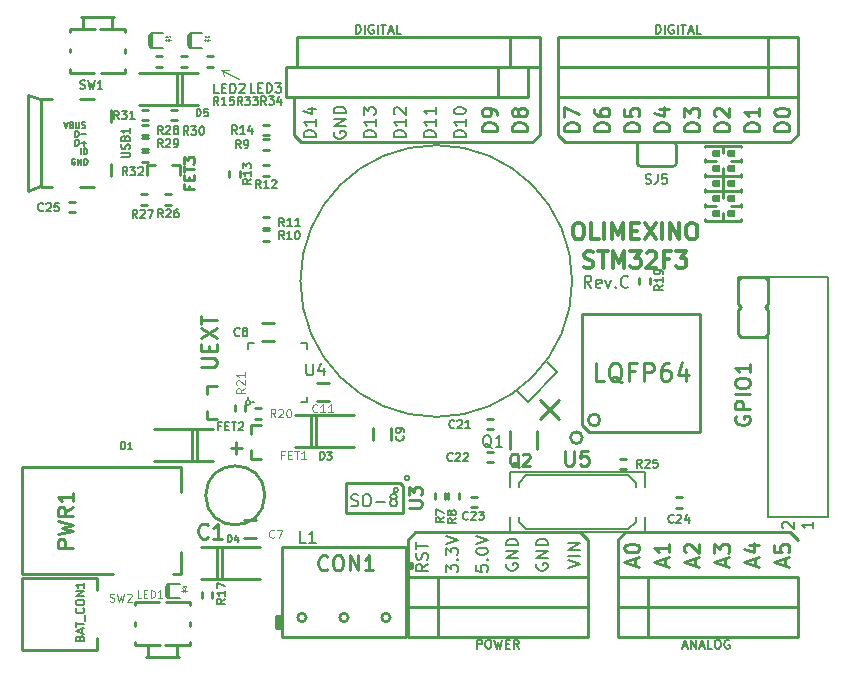
<source format=gbr>
G04 #@! TF.GenerationSoftware,KiCad,Pcbnew,5.1.5+dfsg1-2build2*
G04 #@! TF.CreationDate,2020-11-03T16:42:57+02:00*
G04 #@! TF.ProjectId,OLIMEXINO-STM32F3_RevC,4f4c494d-4558-4494-9e4f-2d53544d3332,rev?*
G04 #@! TF.SameCoordinates,Original*
G04 #@! TF.FileFunction,Legend,Top*
G04 #@! TF.FilePolarity,Positive*
%FSLAX46Y46*%
G04 Gerber Fmt 4.6, Leading zero omitted, Abs format (unit mm)*
G04 Created by KiCad (PCBNEW 5.1.5+dfsg1-2build2) date 2020-11-03 16:42:57*
%MOMM*%
%LPD*%
G04 APERTURE LIST*
%ADD10C,0.250000*%
%ADD11C,0.150000*%
%ADD12C,0.300000*%
%ADD13C,0.120000*%
%ADD14C,0.200000*%
%ADD15C,0.254000*%
%ADD16C,0.066040*%
%ADD17C,0.127000*%
%ADD18C,0.100000*%
%ADD19C,0.050000*%
%ADD20C,0.203200*%
%ADD21C,0.152400*%
%ADD22C,0.225000*%
%ADD23C,0.158750*%
G04 APERTURE END LIST*
D10*
X74908095Y-74663809D02*
X75960476Y-74663809D01*
X76084285Y-74601904D01*
X76146190Y-74540000D01*
X76208095Y-74416190D01*
X76208095Y-74168571D01*
X76146190Y-74044761D01*
X76084285Y-73982857D01*
X75960476Y-73920952D01*
X74908095Y-73920952D01*
X75527142Y-73301904D02*
X75527142Y-72868571D01*
X76208095Y-72682857D02*
X76208095Y-73301904D01*
X74908095Y-73301904D01*
X74908095Y-72682857D01*
X74908095Y-72249523D02*
X76208095Y-71382857D01*
X74908095Y-71382857D02*
X76208095Y-72249523D01*
X74908095Y-71073333D02*
X74908095Y-70330476D01*
X76208095Y-70701904D02*
X74908095Y-70701904D01*
D11*
X107931904Y-67952380D02*
X107598571Y-67476190D01*
X107360476Y-67952380D02*
X107360476Y-66952380D01*
X107741428Y-66952380D01*
X107836666Y-67000000D01*
X107884285Y-67047619D01*
X107931904Y-67142857D01*
X107931904Y-67285714D01*
X107884285Y-67380952D01*
X107836666Y-67428571D01*
X107741428Y-67476190D01*
X107360476Y-67476190D01*
X108741428Y-67904761D02*
X108646190Y-67952380D01*
X108455714Y-67952380D01*
X108360476Y-67904761D01*
X108312857Y-67809523D01*
X108312857Y-67428571D01*
X108360476Y-67333333D01*
X108455714Y-67285714D01*
X108646190Y-67285714D01*
X108741428Y-67333333D01*
X108789047Y-67428571D01*
X108789047Y-67523809D01*
X108312857Y-67619047D01*
X109122380Y-67285714D02*
X109360476Y-67952380D01*
X109598571Y-67285714D01*
X109979523Y-67857142D02*
X110027142Y-67904761D01*
X109979523Y-67952380D01*
X109931904Y-67904761D01*
X109979523Y-67857142D01*
X109979523Y-67952380D01*
X111027142Y-67857142D02*
X110979523Y-67904761D01*
X110836666Y-67952380D01*
X110741428Y-67952380D01*
X110598571Y-67904761D01*
X110503333Y-67809523D01*
X110455714Y-67714285D01*
X110408095Y-67523809D01*
X110408095Y-67380952D01*
X110455714Y-67190476D01*
X110503333Y-67095238D01*
X110598571Y-67000000D01*
X110741428Y-66952380D01*
X110836666Y-66952380D01*
X110979523Y-67000000D01*
X111027142Y-67047619D01*
D12*
X106706666Y-62473333D02*
X106973333Y-62473333D01*
X107106666Y-62540000D01*
X107240000Y-62673333D01*
X107306666Y-62940000D01*
X107306666Y-63406666D01*
X107240000Y-63673333D01*
X107106666Y-63806666D01*
X106973333Y-63873333D01*
X106706666Y-63873333D01*
X106573333Y-63806666D01*
X106440000Y-63673333D01*
X106373333Y-63406666D01*
X106373333Y-62940000D01*
X106440000Y-62673333D01*
X106573333Y-62540000D01*
X106706666Y-62473333D01*
X108573333Y-63873333D02*
X107906666Y-63873333D01*
X107906666Y-62473333D01*
X109040000Y-63873333D02*
X109040000Y-62473333D01*
X109706666Y-63873333D02*
X109706666Y-62473333D01*
X110173333Y-63473333D01*
X110640000Y-62473333D01*
X110640000Y-63873333D01*
X111306666Y-63140000D02*
X111773333Y-63140000D01*
X111973333Y-63873333D02*
X111306666Y-63873333D01*
X111306666Y-62473333D01*
X111973333Y-62473333D01*
X112440000Y-62473333D02*
X113373333Y-63873333D01*
X113373333Y-62473333D02*
X112440000Y-63873333D01*
X113906666Y-63873333D02*
X113906666Y-62473333D01*
X114573333Y-63873333D02*
X114573333Y-62473333D01*
X115373333Y-63873333D01*
X115373333Y-62473333D01*
X116306666Y-62473333D02*
X116573333Y-62473333D01*
X116706666Y-62540000D01*
X116840000Y-62673333D01*
X116906666Y-62940000D01*
X116906666Y-63406666D01*
X116840000Y-63673333D01*
X116706666Y-63806666D01*
X116573333Y-63873333D01*
X116306666Y-63873333D01*
X116173333Y-63806666D01*
X116040000Y-63673333D01*
X115973333Y-63406666D01*
X115973333Y-62940000D01*
X116040000Y-62673333D01*
X116173333Y-62540000D01*
X116306666Y-62473333D01*
X107306666Y-66206666D02*
X107506666Y-66273333D01*
X107840000Y-66273333D01*
X107973333Y-66206666D01*
X108040000Y-66140000D01*
X108106666Y-66006666D01*
X108106666Y-65873333D01*
X108040000Y-65740000D01*
X107973333Y-65673333D01*
X107840000Y-65606666D01*
X107573333Y-65540000D01*
X107440000Y-65473333D01*
X107373333Y-65406666D01*
X107306666Y-65273333D01*
X107306666Y-65140000D01*
X107373333Y-65006666D01*
X107440000Y-64940000D01*
X107573333Y-64873333D01*
X107906666Y-64873333D01*
X108106666Y-64940000D01*
X108506666Y-64873333D02*
X109306666Y-64873333D01*
X108906666Y-66273333D02*
X108906666Y-64873333D01*
X109773333Y-66273333D02*
X109773333Y-64873333D01*
X110240000Y-65873333D01*
X110706666Y-64873333D01*
X110706666Y-66273333D01*
X111240000Y-64873333D02*
X112106666Y-64873333D01*
X111640000Y-65406666D01*
X111840000Y-65406666D01*
X111973333Y-65473333D01*
X112040000Y-65540000D01*
X112106666Y-65673333D01*
X112106666Y-66006666D01*
X112040000Y-66140000D01*
X111973333Y-66206666D01*
X111840000Y-66273333D01*
X111440000Y-66273333D01*
X111306666Y-66206666D01*
X111240000Y-66140000D01*
X112640000Y-65006666D02*
X112706666Y-64940000D01*
X112840000Y-64873333D01*
X113173333Y-64873333D01*
X113306666Y-64940000D01*
X113373333Y-65006666D01*
X113440000Y-65140000D01*
X113440000Y-65273333D01*
X113373333Y-65473333D01*
X112573333Y-66273333D01*
X113440000Y-66273333D01*
X114506666Y-65540000D02*
X114040000Y-65540000D01*
X114040000Y-66273333D02*
X114040000Y-64873333D01*
X114706666Y-64873333D01*
X115106666Y-64873333D02*
X115973333Y-64873333D01*
X115506666Y-65406666D01*
X115706666Y-65406666D01*
X115840000Y-65473333D01*
X115906666Y-65540000D01*
X115973333Y-65673333D01*
X115973333Y-66006666D01*
X115906666Y-66140000D01*
X115840000Y-66206666D01*
X115706666Y-66273333D01*
X115306666Y-66273333D01*
X115173333Y-66206666D01*
X115106666Y-66140000D01*
D11*
X124182619Y-88335714D02*
X124135000Y-88288095D01*
X124087380Y-88192857D01*
X124087380Y-87954761D01*
X124135000Y-87859523D01*
X124182619Y-87811904D01*
X124277857Y-87764285D01*
X124373095Y-87764285D01*
X124515952Y-87811904D01*
X125087380Y-88383333D01*
X125087380Y-87764285D01*
X126737380Y-87764285D02*
X126737380Y-88335714D01*
X126737380Y-88050000D02*
X125737380Y-88050000D01*
X125880238Y-88145238D01*
X125975476Y-88240476D01*
X126023095Y-88335714D01*
D13*
X77210000Y-49500000D02*
X77140000Y-49490000D01*
X76620000Y-49540000D02*
X77210000Y-49500000D01*
X76840000Y-50060000D02*
X76620000Y-49540000D01*
X78060000Y-50320000D02*
X76580000Y-49520000D01*
D14*
X106302722Y-67390000D02*
G75*
G03X106302722Y-67390000I-11502722J0D01*
G01*
X102523020Y-77627492D02*
X101624995Y-76729466D01*
X105037492Y-75113020D02*
X102523020Y-77627492D01*
X104139466Y-74214995D02*
X105037492Y-75113020D01*
D15*
X92374220Y-95002321D02*
X94914220Y-95002321D01*
X94914220Y-95002321D02*
X107614220Y-95002321D01*
X107614220Y-95002321D02*
X107614220Y-97542321D01*
X107614220Y-97542321D02*
X94914220Y-97542321D01*
X94914220Y-95002321D02*
X94914220Y-97542321D01*
X94914220Y-97542321D02*
X92374220Y-97542321D01*
X92374220Y-97542321D02*
X92374220Y-95002321D01*
X110154220Y-95002321D02*
X112694220Y-95002321D01*
X112694220Y-95002321D02*
X125394220Y-95002321D01*
X125394220Y-95002321D02*
X125394220Y-97542321D01*
X125394220Y-97542321D02*
X112694220Y-97542321D01*
X110154220Y-97542321D02*
X110154220Y-95002321D01*
X112694220Y-95002321D02*
X112694220Y-97542321D01*
X112694220Y-97542321D02*
X110154220Y-97542321D01*
X92374220Y-95002321D02*
X92374220Y-89287321D01*
X107614220Y-95002321D02*
X107614220Y-89287321D01*
X92374220Y-89287321D02*
X93009220Y-88652321D01*
X93009220Y-88652321D02*
X106979220Y-88652321D01*
X106979220Y-88652321D02*
X107614220Y-89287321D01*
X110154220Y-95002321D02*
X110154220Y-89287321D01*
X125394220Y-95002321D02*
X125394220Y-92462321D01*
X110789220Y-88652321D02*
X124759220Y-88652321D01*
X110154220Y-89287321D02*
X110789220Y-88652321D01*
X125394220Y-89287321D02*
X124759220Y-88652321D01*
X125394220Y-49282321D02*
X122854220Y-49282321D01*
X122854220Y-49282321D02*
X105074220Y-49282321D01*
X105074220Y-49282321D02*
X105074220Y-46742321D01*
X105074220Y-46742321D02*
X122854220Y-46742321D01*
X125394220Y-46742321D02*
X125394220Y-49282321D01*
X122854220Y-49282321D02*
X122854220Y-46742321D01*
X122854220Y-46742321D02*
X125394220Y-46742321D01*
X125394220Y-49282321D02*
X125394220Y-54997321D01*
X105074220Y-49282321D02*
X105074220Y-54997321D01*
X124759220Y-55632321D02*
X105709220Y-55632321D01*
X125394220Y-54997321D02*
X124759220Y-55632321D01*
X105074220Y-54997321D02*
X105709220Y-55632321D01*
X103550220Y-49282321D02*
X101010220Y-49282321D01*
X101010220Y-49282321D02*
X82088490Y-49282321D01*
X82977490Y-49282321D02*
X82977490Y-46742321D01*
X82977490Y-46742321D02*
X101010220Y-46742321D01*
X103550220Y-46742321D02*
X103550220Y-49282321D01*
X101010220Y-49282321D02*
X101010220Y-46742321D01*
X101010220Y-46742321D02*
X103550220Y-46742321D01*
X103550220Y-49282321D02*
X103550220Y-54997321D01*
X82088490Y-49282321D02*
X82088490Y-51822321D01*
X82723490Y-51822321D02*
X82723490Y-54997321D01*
X102915220Y-55632321D02*
X83358490Y-55632321D01*
X103550220Y-54997321D02*
X102915220Y-55632321D01*
X82723490Y-54997321D02*
X83358490Y-55632321D01*
X122854220Y-51822321D02*
X105074220Y-51822321D01*
X125394220Y-51822321D02*
X122854220Y-51822321D01*
X122854220Y-51822321D02*
X122854220Y-49282321D01*
X102534220Y-51822321D02*
X82088490Y-51822321D01*
X102534220Y-51822321D02*
X102534220Y-49282321D01*
X112694220Y-92462321D02*
X125394220Y-92462321D01*
X110154220Y-92462321D02*
X112694220Y-92462321D01*
X112694220Y-92462321D02*
X112694220Y-95002321D01*
X94914220Y-92462321D02*
X107614220Y-92462321D01*
X92374220Y-92462321D02*
X94914220Y-92462321D01*
X94914220Y-92462321D02*
X94914220Y-95002321D01*
X99994220Y-51822321D02*
X99994220Y-49282321D01*
X122860000Y-67070000D02*
X120320000Y-67070000D01*
X120320000Y-71896000D02*
X120574000Y-72150000D01*
X120320000Y-69356000D02*
X120320000Y-67578000D01*
X120574000Y-69610000D02*
X120320000Y-69356000D01*
X120320000Y-69864000D02*
X120574000Y-69610000D01*
X120320000Y-71896000D02*
X120320000Y-69864000D01*
X120320000Y-67578000D02*
X120320000Y-67070000D01*
X120320000Y-67324000D02*
X120574000Y-67070000D01*
X122606000Y-67070000D02*
X122860000Y-67324000D01*
X122606000Y-72150000D02*
X120574000Y-72150000D01*
X122860000Y-71896000D02*
X122606000Y-72150000D01*
X122860000Y-69864000D02*
X122860000Y-71896000D01*
X122606000Y-69610000D02*
X122860000Y-69864000D01*
X122860000Y-69356000D02*
X122606000Y-69610000D01*
X122860000Y-67324000D02*
X122860000Y-69356000D01*
X122860000Y-67070000D02*
X122860000Y-67324000D01*
X119100000Y-55925000D02*
X117576000Y-55925000D01*
X118465000Y-57195000D02*
X117576000Y-57195000D01*
X119100000Y-58465000D02*
X117576000Y-58465000D01*
X119100000Y-59735000D02*
X117576000Y-59735000D01*
X118465000Y-61005000D02*
X117576000Y-61005000D01*
X120624000Y-55925000D02*
X119100000Y-55925000D01*
X120624000Y-57195000D02*
X119735000Y-57195000D01*
X120624000Y-58465000D02*
X119100000Y-58465000D01*
X120624000Y-59735000D02*
X119100000Y-59735000D01*
X120624000Y-61005000D02*
X119735000Y-61005000D01*
X117576000Y-61005000D02*
X117576000Y-60878000D01*
X117576000Y-61132000D02*
X117576000Y-61005000D01*
X117576000Y-59735000D02*
X117576000Y-59608000D01*
X117576000Y-59862000D02*
X117576000Y-59735000D01*
X117576000Y-58465000D02*
X117576000Y-58338000D01*
X117576000Y-58592000D02*
X117576000Y-58465000D01*
X117576000Y-57195000D02*
X117576000Y-57068000D01*
X117576000Y-57322000D02*
X117576000Y-57195000D01*
X117576000Y-56052000D02*
X117576000Y-55925000D01*
X120624000Y-56052000D02*
X120624000Y-55925000D01*
X120624000Y-57195000D02*
X120624000Y-57068000D01*
X120624000Y-57322000D02*
X120624000Y-57195000D01*
X120624000Y-58465000D02*
X120624000Y-58338000D01*
X120624000Y-58592000D02*
X120624000Y-58465000D01*
X120624000Y-59735000D02*
X120624000Y-59608000D01*
X120624000Y-59862000D02*
X120624000Y-59735000D01*
X120624000Y-61005000D02*
X120624000Y-60878000D01*
X120624000Y-61132000D02*
X120624000Y-61005000D01*
X119100000Y-56560000D02*
X119100000Y-55925000D01*
X119100000Y-58465000D02*
X119100000Y-57830000D01*
X119100000Y-59735000D02*
X119100000Y-58465000D01*
X119100000Y-60370000D02*
X119100000Y-59735000D01*
X119100000Y-62275000D02*
X119100000Y-61640000D01*
X120624000Y-62275000D02*
X120624000Y-62148000D01*
X119100000Y-62275000D02*
X120624000Y-62275000D01*
X117576000Y-62275000D02*
X119100000Y-62275000D01*
X117576000Y-62148000D02*
X117576000Y-62275000D01*
D16*
X119989000Y-56814000D02*
X119481000Y-56814000D01*
X119481000Y-56814000D02*
X119481000Y-56306000D01*
X119989000Y-56306000D02*
X119481000Y-56306000D01*
X119989000Y-56814000D02*
X119989000Y-56306000D01*
X119989000Y-58084000D02*
X119481000Y-58084000D01*
X119481000Y-58084000D02*
X119481000Y-57576000D01*
X119989000Y-57576000D02*
X119481000Y-57576000D01*
X119989000Y-58084000D02*
X119989000Y-57576000D01*
X119989000Y-59354000D02*
X119481000Y-59354000D01*
X119481000Y-59354000D02*
X119481000Y-58846000D01*
X119989000Y-58846000D02*
X119481000Y-58846000D01*
X119989000Y-59354000D02*
X119989000Y-58846000D01*
X119989000Y-60624000D02*
X119481000Y-60624000D01*
X119481000Y-60624000D02*
X119481000Y-60116000D01*
X119989000Y-60116000D02*
X119481000Y-60116000D01*
X119989000Y-60624000D02*
X119989000Y-60116000D01*
X119989000Y-61894000D02*
X119481000Y-61894000D01*
X119481000Y-61894000D02*
X119481000Y-61386000D01*
X119989000Y-61386000D02*
X119481000Y-61386000D01*
X119989000Y-61894000D02*
X119989000Y-61386000D01*
X118719000Y-56814000D02*
X118211000Y-56814000D01*
X118211000Y-56814000D02*
X118211000Y-56306000D01*
X118719000Y-56306000D02*
X118211000Y-56306000D01*
X118719000Y-56814000D02*
X118719000Y-56306000D01*
X118719000Y-58084000D02*
X118211000Y-58084000D01*
X118211000Y-58084000D02*
X118211000Y-57576000D01*
X118719000Y-57576000D02*
X118211000Y-57576000D01*
X118719000Y-58084000D02*
X118719000Y-57576000D01*
X118719000Y-59354000D02*
X118211000Y-59354000D01*
X118211000Y-59354000D02*
X118211000Y-58846000D01*
X118719000Y-58846000D02*
X118211000Y-58846000D01*
X118719000Y-59354000D02*
X118719000Y-58846000D01*
X118719000Y-60624000D02*
X118211000Y-60624000D01*
X118211000Y-60624000D02*
X118211000Y-60116000D01*
X118719000Y-60116000D02*
X118211000Y-60116000D01*
X118719000Y-60624000D02*
X118719000Y-60116000D01*
X118719000Y-61894000D02*
X118211000Y-61894000D01*
X118211000Y-61894000D02*
X118211000Y-61386000D01*
X118719000Y-61386000D02*
X118211000Y-61386000D01*
X118719000Y-61894000D02*
X118719000Y-61386000D01*
D15*
X118592000Y-61767000D02*
X118338000Y-61767000D01*
D12*
X118592000Y-61513000D02*
X118592000Y-61767000D01*
D15*
X118338000Y-61513000D02*
X118592000Y-61513000D01*
D12*
X118338000Y-61767000D02*
X118338000Y-61513000D01*
D15*
X118592000Y-60497000D02*
X118338000Y-60497000D01*
D12*
X118592000Y-60243000D02*
X118592000Y-60497000D01*
D15*
X118338000Y-60243000D02*
X118592000Y-60243000D01*
D12*
X118338000Y-60497000D02*
X118338000Y-60243000D01*
D15*
X118592000Y-59227000D02*
X118338000Y-59227000D01*
D12*
X118592000Y-58973000D02*
X118592000Y-59227000D01*
D15*
X118338000Y-58973000D02*
X118592000Y-58973000D01*
D12*
X118338000Y-59227000D02*
X118338000Y-58973000D01*
D15*
X118592000Y-57957000D02*
X118338000Y-57957000D01*
D12*
X118592000Y-57703000D02*
X118592000Y-57957000D01*
D15*
X118338000Y-57703000D02*
X118592000Y-57703000D01*
D12*
X118338000Y-57957000D02*
X118338000Y-57703000D01*
D15*
X118592000Y-56687000D02*
X118338000Y-56687000D01*
D12*
X118592000Y-56433000D02*
X118592000Y-56687000D01*
D15*
X118338000Y-56433000D02*
X118592000Y-56433000D01*
D12*
X118338000Y-56687000D02*
X118338000Y-56433000D01*
X119862000Y-56433000D02*
X119862000Y-56687000D01*
D15*
X119608000Y-56433000D02*
X119862000Y-56433000D01*
D12*
X119608000Y-56687000D02*
X119608000Y-56433000D01*
D15*
X119862000Y-56687000D02*
X119608000Y-56687000D01*
X119862000Y-57957000D02*
X119608000Y-57957000D01*
D12*
X119862000Y-57703000D02*
X119862000Y-57957000D01*
D15*
X119608000Y-57703000D02*
X119862000Y-57703000D01*
D12*
X119608000Y-57957000D02*
X119608000Y-57703000D01*
D15*
X119862000Y-59227000D02*
X119608000Y-59227000D01*
D12*
X119862000Y-58973000D02*
X119862000Y-59227000D01*
D15*
X119608000Y-58973000D02*
X119862000Y-58973000D01*
D12*
X119608000Y-59227000D02*
X119608000Y-58973000D01*
D15*
X119862000Y-60497000D02*
X119608000Y-60497000D01*
D12*
X119862000Y-60243000D02*
X119862000Y-60497000D01*
D15*
X119608000Y-60243000D02*
X119862000Y-60243000D01*
D12*
X119608000Y-60497000D02*
X119608000Y-60243000D01*
D15*
X119862000Y-61767000D02*
X119608000Y-61767000D01*
D12*
X119862000Y-61513000D02*
X119862000Y-61767000D01*
D15*
X119608000Y-61513000D02*
X119862000Y-61513000D01*
D12*
X119608000Y-61767000D02*
X119608000Y-61513000D01*
D15*
X61300000Y-59400000D02*
X61300000Y-52000000D01*
X65800000Y-52000000D02*
X64600000Y-52000000D01*
X67300000Y-53900000D02*
X67300000Y-52900000D01*
X67300000Y-58500000D02*
X67300000Y-57500000D01*
X62300000Y-59400000D02*
X61300000Y-59400000D01*
X60200000Y-59764000D02*
X60200000Y-51636000D01*
X61300000Y-52000000D02*
X62300000Y-52000000D01*
X65800000Y-59400000D02*
X64600000Y-59400000D01*
X60271000Y-59764000D02*
X61287000Y-59383000D01*
X60271000Y-51636000D02*
X61287000Y-52017000D01*
D10*
X117160000Y-80160000D02*
X107760000Y-80160000D01*
X117160000Y-70160000D02*
X117160000Y-80160000D01*
X107160000Y-70160000D02*
X117160000Y-70160000D01*
X107160000Y-79560000D02*
X107160000Y-70160000D01*
X107760000Y-80160000D02*
X107160000Y-79560000D01*
D15*
X108660000Y-79160000D02*
G75*
G03X108660000Y-79160000I-500000J0D01*
G01*
X107160000Y-80660000D02*
G75*
G03X107160000Y-80660000I-500000J0D01*
G01*
D11*
X79070000Y-77670000D02*
G75*
G03X79070000Y-77670000I-200000J0D01*
G01*
X78870000Y-72670000D02*
X78870000Y-73170000D01*
X79370000Y-72670000D02*
X78870000Y-72670000D01*
X78870000Y-77370000D02*
X78870000Y-77170000D01*
X79370000Y-77670000D02*
X79170000Y-77670000D01*
X83870000Y-72670000D02*
X83870000Y-73170000D01*
X83370000Y-72670000D02*
X83870000Y-72670000D01*
X83870000Y-77670000D02*
X83870000Y-77170000D01*
X83370000Y-77670000D02*
X83870000Y-77670000D01*
D17*
X91565566Y-85095000D02*
G75*
G03X91565566Y-85095000I-197566J0D01*
G01*
D15*
X91987760Y-86994920D02*
X87192240Y-86994920D01*
X91987760Y-84731780D02*
X91987760Y-86994920D01*
X91723600Y-84465080D02*
X91987760Y-84731780D01*
X87192240Y-84465080D02*
X91723600Y-84465080D01*
X87192240Y-86994920D02*
X87192240Y-84465080D01*
D17*
X92512986Y-84066300D02*
G75*
G03X92512986Y-84066300I-197566J0D01*
G01*
D15*
X73950000Y-98250000D02*
X71800000Y-98250000D01*
X69250000Y-98250000D02*
X71390000Y-98250000D01*
X73950000Y-94550000D02*
X71890000Y-94550000D01*
X69250000Y-94550000D02*
X71320000Y-94550000D01*
X72850000Y-98250000D02*
X72850000Y-99260000D01*
X70350000Y-98250000D02*
X70350000Y-99240000D01*
X70200000Y-99260000D02*
X73010000Y-99260000D01*
X73949500Y-96260300D02*
X73949500Y-96577800D01*
X69250500Y-96247600D02*
X69250500Y-96565100D01*
X73949500Y-98244200D02*
X73949500Y-97990200D01*
X69250500Y-98244200D02*
X69250500Y-97977500D01*
X73949500Y-94555800D02*
X73949500Y-94835200D01*
X69250500Y-94555800D02*
X69250500Y-94822500D01*
X63750000Y-46050000D02*
X65900000Y-46050000D01*
X68450000Y-46050000D02*
X66310000Y-46050000D01*
X63750000Y-49750000D02*
X65810000Y-49750000D01*
X68450000Y-49750000D02*
X66380000Y-49750000D01*
X64850000Y-46050000D02*
X64850000Y-45040000D01*
X67350000Y-46050000D02*
X67350000Y-45060000D01*
X67500000Y-45040000D02*
X64690000Y-45040000D01*
X63750500Y-48039700D02*
X63750500Y-47722200D01*
X68449500Y-48052400D02*
X68449500Y-47734900D01*
X63750500Y-46055800D02*
X63750500Y-46309800D01*
X68449500Y-46055800D02*
X68449500Y-46322500D01*
X63750500Y-49744200D02*
X63750500Y-49464800D01*
X68449500Y-49744200D02*
X68449500Y-49477500D01*
X112063000Y-55634000D02*
G75*
G03X111809000Y-55888000I0J-254000D01*
G01*
X115111000Y-55888000D02*
G75*
G03X114857000Y-55634000I-254000J0D01*
G01*
X114857000Y-57666000D02*
G75*
G03X115111000Y-57412000I0J254000D01*
G01*
X111809000Y-57412000D02*
G75*
G03X112063000Y-57666000I254000J0D01*
G01*
X114857000Y-57666000D02*
X112063000Y-57666000D01*
X115111000Y-55888000D02*
X115111000Y-57412000D01*
X111809000Y-55888000D02*
X111809000Y-57412000D01*
X112063000Y-55634000D02*
X114857000Y-55634000D01*
X75610000Y-48345500D02*
X75864000Y-48345500D01*
X75610000Y-48345500D02*
X75356000Y-48345500D01*
X75610000Y-49234500D02*
X75356000Y-49234500D01*
X75610000Y-49234500D02*
X75864000Y-49234500D01*
X73400000Y-49234500D02*
X73146000Y-49234500D01*
X73400000Y-49234500D02*
X73654000Y-49234500D01*
X73400000Y-48345500D02*
X73654000Y-48345500D01*
X73400000Y-48345500D02*
X73146000Y-48345500D01*
X70160000Y-56445500D02*
X70414000Y-56445500D01*
X70160000Y-56445500D02*
X69906000Y-56445500D01*
X70160000Y-57334500D02*
X69906000Y-57334500D01*
X70160000Y-57334500D02*
X70414000Y-57334500D01*
X70150000Y-53794500D02*
X69896000Y-53794500D01*
X70150000Y-53794500D02*
X70404000Y-53794500D01*
X70150000Y-52905500D02*
X70404000Y-52905500D01*
X70150000Y-52905500D02*
X69896000Y-52905500D01*
X72580000Y-53794500D02*
X72326000Y-53794500D01*
X72580000Y-53794500D02*
X72834000Y-53794500D01*
X72580000Y-52905500D02*
X72834000Y-52905500D01*
X72580000Y-52905500D02*
X72326000Y-52905500D01*
X70160000Y-56194500D02*
X69906000Y-56194500D01*
X70160000Y-56194500D02*
X70414000Y-56194500D01*
X70160000Y-55305500D02*
X70414000Y-55305500D01*
X70160000Y-55305500D02*
X69906000Y-55305500D01*
X70160000Y-55044500D02*
X69906000Y-55044500D01*
X70160000Y-55044500D02*
X70414000Y-55044500D01*
X70160000Y-54155500D02*
X70414000Y-54155500D01*
X70160000Y-54155500D02*
X69906000Y-54155500D01*
X70020000Y-60934500D02*
X69766000Y-60934500D01*
X70020000Y-60934500D02*
X70274000Y-60934500D01*
X70020000Y-60045500D02*
X70274000Y-60045500D01*
X70020000Y-60045500D02*
X69766000Y-60045500D01*
X72070000Y-60045500D02*
X72324000Y-60045500D01*
X72070000Y-60045500D02*
X71816000Y-60045500D01*
X72070000Y-60934500D02*
X71816000Y-60934500D01*
X72070000Y-60934500D02*
X72324000Y-60934500D01*
X110620000Y-83314500D02*
X110366000Y-83314500D01*
X110620000Y-83314500D02*
X110874000Y-83314500D01*
X110620000Y-82425500D02*
X110874000Y-82425500D01*
X110620000Y-82425500D02*
X110366000Y-82425500D01*
X77735500Y-78110000D02*
X77735500Y-77856000D01*
X77735500Y-78110000D02*
X77735500Y-78364000D01*
X78624500Y-78110000D02*
X78624500Y-78364000D01*
X78624500Y-78110000D02*
X78624500Y-77856000D01*
X79690000Y-78175500D02*
X79944000Y-78175500D01*
X79690000Y-78175500D02*
X79436000Y-78175500D01*
X79690000Y-79064500D02*
X79436000Y-79064500D01*
X79690000Y-79064500D02*
X79944000Y-79064500D01*
X111965500Y-67390000D02*
X111965500Y-67136000D01*
X111965500Y-67390000D02*
X111965500Y-67644000D01*
X112854500Y-67390000D02*
X112854500Y-67644000D01*
X112854500Y-67390000D02*
X112854500Y-67136000D01*
X74930000Y-93980000D02*
X74930000Y-93726000D01*
X74930000Y-93980000D02*
X74930000Y-94234000D01*
X75819000Y-93980000D02*
X75819000Y-94234000D01*
X75819000Y-93980000D02*
X75819000Y-93726000D01*
X71330000Y-49234500D02*
X71076000Y-49234500D01*
X71330000Y-49234500D02*
X71584000Y-49234500D01*
X71330000Y-48345500D02*
X71584000Y-48345500D01*
X71330000Y-48345500D02*
X71076000Y-48345500D01*
X80370000Y-54175500D02*
X80624000Y-54175500D01*
X80370000Y-54175500D02*
X80116000Y-54175500D01*
X80370000Y-55064500D02*
X80116000Y-55064500D01*
X80370000Y-55064500D02*
X80624000Y-55064500D01*
X78144500Y-58300000D02*
X78144500Y-58554000D01*
X78144500Y-58300000D02*
X78144500Y-58046000D01*
X77255500Y-58300000D02*
X77255500Y-58046000D01*
X77255500Y-58300000D02*
X77255500Y-58554000D01*
X80370000Y-57585500D02*
X80624000Y-57585500D01*
X80370000Y-57585500D02*
X80116000Y-57585500D01*
X80370000Y-58474500D02*
X80116000Y-58474500D01*
X80370000Y-58474500D02*
X80624000Y-58474500D01*
X80370000Y-61995500D02*
X80624000Y-61995500D01*
X80370000Y-61995500D02*
X80116000Y-61995500D01*
X80370000Y-62884500D02*
X80116000Y-62884500D01*
X80370000Y-62884500D02*
X80624000Y-62884500D01*
X80380000Y-63085500D02*
X80634000Y-63085500D01*
X80380000Y-63085500D02*
X80126000Y-63085500D01*
X80380000Y-63974500D02*
X80126000Y-63974500D01*
X80380000Y-63974500D02*
X80634000Y-63974500D01*
X80370000Y-55375500D02*
X80624000Y-55375500D01*
X80370000Y-55375500D02*
X80116000Y-55375500D01*
X80370000Y-56264500D02*
X80116000Y-56264500D01*
X80370000Y-56264500D02*
X80624000Y-56264500D01*
X95795500Y-85560000D02*
X95795500Y-85306000D01*
X95795500Y-85560000D02*
X95795500Y-85814000D01*
X96684500Y-85560000D02*
X96684500Y-85814000D01*
X96684500Y-85560000D02*
X96684500Y-85306000D01*
X95554500Y-85560000D02*
X95554500Y-85814000D01*
X95554500Y-85560000D02*
X95554500Y-85306000D01*
X94665500Y-85560000D02*
X94665500Y-85306000D01*
X94665500Y-85560000D02*
X94665500Y-85814000D01*
D11*
X111673000Y-87771000D02*
X111673000Y-87390000D01*
X111673000Y-84469000D02*
X111673000Y-84850000D01*
X101767000Y-84469000D02*
X101767000Y-84850000D01*
X101767000Y-87771000D02*
X101767000Y-87390000D01*
X101005000Y-88660000D02*
X101005000Y-87390000D01*
X101005000Y-83580000D02*
X101005000Y-84850000D01*
X112435000Y-83580000D02*
X112435000Y-84850000D01*
X112435000Y-88660000D02*
X112435000Y-87390000D01*
X111673000Y-84469000D02*
X111038000Y-83834000D01*
X111038000Y-83834000D02*
X102402000Y-83834000D01*
X102402000Y-83834000D02*
X101767000Y-84469000D01*
X101767000Y-87771000D02*
X102402000Y-88406000D01*
X102402000Y-88406000D02*
X111038000Y-88406000D01*
X111038000Y-88406000D02*
X111673000Y-87771000D01*
X101005000Y-83580000D02*
X112435000Y-83580000D01*
X112435000Y-88660000D02*
X101005000Y-88660000D01*
D15*
X101077000Y-80128000D02*
X101077000Y-81652000D01*
X103363000Y-80128000D02*
X103363000Y-81652000D01*
X73200000Y-92200000D02*
X72500000Y-92200000D01*
X59700000Y-92200000D02*
X67400000Y-92200000D01*
X73200000Y-92200280D02*
X73200000Y-90342000D01*
X73200000Y-83148000D02*
X73200000Y-85246000D01*
X59700000Y-83148000D02*
X59700000Y-92200000D01*
X73200000Y-83148000D02*
X59700000Y-83148000D01*
D17*
X73963000Y-46405800D02*
X74979000Y-46405800D01*
X74979000Y-47625000D02*
X73963000Y-47625000D01*
D18*
X75620000Y-46990000D02*
X75100000Y-46990000D01*
X75450000Y-47100000D02*
X75450000Y-46880000D01*
X75450000Y-47100000D02*
X75340000Y-47000000D01*
X75450000Y-46880000D02*
X75350000Y-46980000D01*
X75260000Y-47100000D02*
X75260000Y-46880000D01*
D19*
X75182200Y-46744400D02*
X75312200Y-46634400D01*
X75313800Y-46635400D02*
X75233800Y-46645400D01*
X75313800Y-46635400D02*
X75313800Y-46715400D01*
X75529200Y-46635400D02*
X75529200Y-46715400D01*
X75529200Y-46635400D02*
X75449200Y-46645400D01*
X75389200Y-46765400D02*
X75519200Y-46655400D01*
D15*
X73950300Y-47561500D02*
X73797900Y-47434500D01*
X73950300Y-46469300D02*
X73810600Y-46596300D01*
X73797900Y-47434500D02*
X73797900Y-46609000D01*
X73963000Y-46507400D02*
X73963000Y-47548800D01*
D17*
X70653000Y-46405800D02*
X71669000Y-46405800D01*
X71669000Y-47625000D02*
X70653000Y-47625000D01*
D18*
X72310000Y-46990000D02*
X71790000Y-46990000D01*
X72140000Y-47100000D02*
X72140000Y-46880000D01*
X72140000Y-47100000D02*
X72030000Y-47000000D01*
X72140000Y-46880000D02*
X72040000Y-46980000D01*
X71950000Y-47100000D02*
X71950000Y-46880000D01*
D19*
X71872200Y-46744400D02*
X72002200Y-46634400D01*
X72003800Y-46635400D02*
X71923800Y-46645400D01*
X72003800Y-46635400D02*
X72003800Y-46715400D01*
X72219200Y-46635400D02*
X72219200Y-46715400D01*
X72219200Y-46635400D02*
X72139200Y-46645400D01*
X72079200Y-46765400D02*
X72209200Y-46655400D01*
D15*
X70640300Y-47561500D02*
X70487900Y-47434500D01*
X70640300Y-46469300D02*
X70500600Y-46596300D01*
X70487900Y-47434500D02*
X70487900Y-46609000D01*
X70653000Y-46507400D02*
X70653000Y-47548800D01*
D17*
X72072500Y-93014800D02*
X73088500Y-93014800D01*
X73088500Y-94234000D02*
X72072500Y-94234000D01*
D18*
X73729500Y-93599000D02*
X73209500Y-93599000D01*
X73559500Y-93709000D02*
X73559500Y-93489000D01*
X73559500Y-93709000D02*
X73449500Y-93609000D01*
X73559500Y-93489000D02*
X73459500Y-93589000D01*
X73369500Y-93709000D02*
X73369500Y-93489000D01*
D19*
X73291700Y-93353400D02*
X73421700Y-93243400D01*
X73423300Y-93244400D02*
X73343300Y-93254400D01*
X73423300Y-93244400D02*
X73423300Y-93324400D01*
X73638700Y-93244400D02*
X73638700Y-93324400D01*
X73638700Y-93244400D02*
X73558700Y-93254400D01*
X73498700Y-93374400D02*
X73628700Y-93264400D01*
D15*
X72059800Y-94170500D02*
X71907400Y-94043500D01*
X72059800Y-93078300D02*
X71920100Y-93205300D01*
X71907400Y-94043500D02*
X71907400Y-93218000D01*
X72072500Y-93116400D02*
X72072500Y-94157800D01*
D11*
X127940000Y-87400000D02*
X122860000Y-87400000D01*
X127940000Y-67080000D02*
X127940000Y-87400000D01*
X122860000Y-67080000D02*
X127940000Y-67080000D01*
X122860000Y-87400000D02*
X122860000Y-67080000D01*
D15*
X73112400Y-57605000D02*
X72401200Y-57605000D01*
X73112400Y-58443200D02*
X73112400Y-57605000D01*
X70267600Y-58443200D02*
X70267600Y-57605000D01*
X70978800Y-57605000D02*
X70267600Y-57605000D01*
X75405000Y-76247600D02*
X75405000Y-76958800D01*
X76243200Y-76247600D02*
X75405000Y-76247600D01*
X76243200Y-79092400D02*
X75405000Y-79092400D01*
X75405000Y-78381200D02*
X75405000Y-79092400D01*
X79115000Y-79607600D02*
X79115000Y-80318800D01*
X79953200Y-79607600D02*
X79115000Y-79607600D01*
X79953200Y-82452400D02*
X79115000Y-82452400D01*
X79115000Y-81741200D02*
X79115000Y-82452400D01*
X72820000Y-52520000D02*
X72820000Y-49820000D01*
X69630000Y-52520000D02*
X74630000Y-52520000D01*
X73260000Y-52520000D02*
X73260000Y-49820000D01*
X74630000Y-49820000D02*
X69630000Y-49820000D01*
X76650000Y-89920000D02*
X76650000Y-92620000D01*
X79840000Y-89920000D02*
X74840000Y-89920000D01*
X76210000Y-89920000D02*
X76210000Y-92620000D01*
X74840000Y-92620000D02*
X79840000Y-92620000D01*
X84620000Y-78740000D02*
X84620000Y-81440000D01*
X87810000Y-78740000D02*
X82810000Y-78740000D01*
X84180000Y-78740000D02*
X84180000Y-81440000D01*
X82810000Y-81440000D02*
X87810000Y-81440000D01*
X74080000Y-82590000D02*
X74080000Y-79890000D01*
X70890000Y-82590000D02*
X75890000Y-82590000D01*
X74520000Y-82590000D02*
X74520000Y-79890000D01*
X75890000Y-79890000D02*
X70890000Y-79890000D01*
X81730000Y-97530000D02*
X81730000Y-89930000D01*
X92230000Y-97530000D02*
X92230000Y-89930000D01*
X81730000Y-89930000D02*
X92230000Y-89930000D01*
X92230000Y-97530000D02*
X81730000Y-97530000D01*
X83783210Y-95889000D02*
G75*
G03X83783210Y-95889000I-359210J0D01*
G01*
X87339210Y-95889000D02*
G75*
G03X87339210Y-95889000I-359210J0D01*
G01*
X90895210Y-95889000D02*
G75*
G03X90895210Y-95889000I-359210J0D01*
G01*
X81230000Y-95730000D02*
X81730000Y-95730000D01*
X81230000Y-96730000D02*
X81730000Y-96730000D01*
X81230000Y-95730000D02*
X81230000Y-96730000D01*
X81380000Y-95730000D02*
X81380000Y-96730000D01*
X81580000Y-95730000D02*
X81580000Y-96730000D01*
X92230000Y-91230000D02*
X92730000Y-91230000D01*
X92730000Y-91230000D02*
X92730000Y-91730000D01*
X92730000Y-91730000D02*
X92230000Y-91730000D01*
X92580000Y-91230000D02*
X92580000Y-91730000D01*
X92380000Y-91230000D02*
X92380000Y-91730000D01*
X63940000Y-60695500D02*
X64194000Y-60695500D01*
X63940000Y-60695500D02*
X63686000Y-60695500D01*
X63940000Y-61584500D02*
X63686000Y-61584500D01*
X63940000Y-61584500D02*
X64194000Y-61584500D01*
X115340000Y-85705500D02*
X115594000Y-85705500D01*
X115340000Y-85705500D02*
X115086000Y-85705500D01*
X115340000Y-86594500D02*
X115086000Y-86594500D01*
X115340000Y-86594500D02*
X115594000Y-86594500D01*
X97980000Y-86544500D02*
X97726000Y-86544500D01*
X97980000Y-86544500D02*
X98234000Y-86544500D01*
X97980000Y-85655500D02*
X98234000Y-85655500D01*
X97980000Y-85655500D02*
X97726000Y-85655500D01*
X99350000Y-82754500D02*
X99096000Y-82754500D01*
X99350000Y-82754500D02*
X99604000Y-82754500D01*
X99350000Y-81865500D02*
X99604000Y-81865500D01*
X99350000Y-81865500D02*
X99096000Y-81865500D01*
X99380000Y-79924500D02*
X99126000Y-79924500D01*
X99380000Y-79924500D02*
X99634000Y-79924500D01*
X99380000Y-79035500D02*
X99634000Y-79035500D01*
X99380000Y-79035500D02*
X99126000Y-79035500D01*
X85698000Y-77572000D02*
X84682000Y-77572000D01*
X85698000Y-76048000D02*
X84682000Y-76048000D01*
X90962000Y-79862000D02*
X90962000Y-80878000D01*
X89438000Y-79862000D02*
X89438000Y-80878000D01*
X80062000Y-70938000D02*
X81078000Y-70938000D01*
X80062000Y-72462000D02*
X81078000Y-72462000D01*
X78552000Y-87628000D02*
X79568000Y-87628000D01*
X78552000Y-89152000D02*
X79568000Y-89152000D01*
X80280000Y-85540000D02*
G75*
G03X80280000Y-85540000I-2500000J0D01*
G01*
X66062300Y-97606600D02*
X66062300Y-98609900D01*
X66062300Y-92539300D02*
X66062300Y-93593400D01*
X66054680Y-92534220D02*
X59745320Y-92534220D01*
X59745320Y-92534220D02*
X59745320Y-98614980D01*
X59745320Y-98614980D02*
X66062302Y-98614980D01*
D10*
X103598429Y-77481423D02*
X105214673Y-79097667D01*
X103598429Y-79097667D02*
X105214673Y-77481423D01*
D20*
X98167839Y-91476559D02*
X98167839Y-91960368D01*
X98651648Y-92008749D01*
X98603267Y-91960368D01*
X98554886Y-91863606D01*
X98554886Y-91621701D01*
X98603267Y-91524940D01*
X98651648Y-91476559D01*
X98748410Y-91428178D01*
X98990315Y-91428178D01*
X99087077Y-91476559D01*
X99135458Y-91524940D01*
X99183839Y-91621701D01*
X99183839Y-91863606D01*
X99135458Y-91960368D01*
X99087077Y-92008749D01*
X99087077Y-90992749D02*
X99135458Y-90944368D01*
X99183839Y-90992749D01*
X99135458Y-91041130D01*
X99087077Y-90992749D01*
X99183839Y-90992749D01*
X98167839Y-90315416D02*
X98167839Y-90218654D01*
X98216220Y-90121892D01*
X98264600Y-90073511D01*
X98361362Y-90025130D01*
X98554886Y-89976749D01*
X98796791Y-89976749D01*
X98990315Y-90025130D01*
X99087077Y-90073511D01*
X99135458Y-90121892D01*
X99183839Y-90218654D01*
X99183839Y-90315416D01*
X99135458Y-90412178D01*
X99087077Y-90460559D01*
X98990315Y-90508940D01*
X98796791Y-90557321D01*
X98554886Y-90557321D01*
X98361362Y-90508940D01*
X98264600Y-90460559D01*
X98216220Y-90412178D01*
X98167839Y-90315416D01*
X98167839Y-89686463D02*
X99183839Y-89347797D01*
X98167839Y-89009130D01*
X100756220Y-91331416D02*
X100707839Y-91428178D01*
X100707839Y-91573321D01*
X100756220Y-91718463D01*
X100852981Y-91815225D01*
X100949743Y-91863606D01*
X101143267Y-91911987D01*
X101288410Y-91911987D01*
X101481934Y-91863606D01*
X101578696Y-91815225D01*
X101675458Y-91718463D01*
X101723839Y-91573321D01*
X101723839Y-91476559D01*
X101675458Y-91331416D01*
X101627077Y-91283035D01*
X101288410Y-91283035D01*
X101288410Y-91476559D01*
X101723839Y-90847606D02*
X100707839Y-90847606D01*
X101723839Y-90267035D01*
X100707839Y-90267035D01*
X101723839Y-89783225D02*
X100707839Y-89783225D01*
X100707839Y-89541321D01*
X100756220Y-89396178D01*
X100852981Y-89299416D01*
X100949743Y-89251035D01*
X101143267Y-89202654D01*
X101288410Y-89202654D01*
X101481934Y-89251035D01*
X101578696Y-89299416D01*
X101675458Y-89396178D01*
X101723839Y-89541321D01*
X101723839Y-89783225D01*
X103296220Y-91331416D02*
X103247839Y-91428178D01*
X103247839Y-91573321D01*
X103296220Y-91718463D01*
X103392981Y-91815225D01*
X103489743Y-91863606D01*
X103683267Y-91911987D01*
X103828410Y-91911987D01*
X104021934Y-91863606D01*
X104118696Y-91815225D01*
X104215458Y-91718463D01*
X104263839Y-91573321D01*
X104263839Y-91476559D01*
X104215458Y-91331416D01*
X104167077Y-91283035D01*
X103828410Y-91283035D01*
X103828410Y-91476559D01*
X104263839Y-90847606D02*
X103247839Y-90847606D01*
X104263839Y-90267035D01*
X103247839Y-90267035D01*
X104263839Y-89783225D02*
X103247839Y-89783225D01*
X103247839Y-89541321D01*
X103296220Y-89396178D01*
X103392981Y-89299416D01*
X103489743Y-89251035D01*
X103683267Y-89202654D01*
X103828410Y-89202654D01*
X104021934Y-89251035D01*
X104118696Y-89299416D01*
X104215458Y-89396178D01*
X104263839Y-89541321D01*
X104263839Y-89783225D01*
X105914839Y-91670082D02*
X106930839Y-91331416D01*
X105914839Y-90992749D01*
X106930839Y-90654082D02*
X105914839Y-90654082D01*
X106930839Y-90170273D02*
X105914839Y-90170273D01*
X106930839Y-89589701D01*
X105914839Y-89589701D01*
D21*
X98234362Y-98522035D02*
X98234362Y-97760035D01*
X98524648Y-97760035D01*
X98597220Y-97796321D01*
X98633505Y-97832606D01*
X98669791Y-97905178D01*
X98669791Y-98014035D01*
X98633505Y-98086606D01*
X98597220Y-98122892D01*
X98524648Y-98159178D01*
X98234362Y-98159178D01*
X99141505Y-97760035D02*
X99286648Y-97760035D01*
X99359220Y-97796321D01*
X99431791Y-97868892D01*
X99468077Y-98014035D01*
X99468077Y-98268035D01*
X99431791Y-98413178D01*
X99359220Y-98485749D01*
X99286648Y-98522035D01*
X99141505Y-98522035D01*
X99068934Y-98485749D01*
X98996362Y-98413178D01*
X98960077Y-98268035D01*
X98960077Y-98014035D01*
X98996362Y-97868892D01*
X99068934Y-97796321D01*
X99141505Y-97760035D01*
X99722077Y-97760035D02*
X99903505Y-98522035D01*
X100048648Y-97977749D01*
X100193791Y-98522035D01*
X100375220Y-97760035D01*
X100665505Y-98122892D02*
X100919505Y-98122892D01*
X101028362Y-98522035D02*
X100665505Y-98522035D01*
X100665505Y-97760035D01*
X101028362Y-97760035D01*
X101790362Y-98522035D02*
X101536362Y-98159178D01*
X101354934Y-98522035D02*
X101354934Y-97760035D01*
X101645220Y-97760035D01*
X101717791Y-97796321D01*
X101754077Y-97832606D01*
X101790362Y-97905178D01*
X101790362Y-98014035D01*
X101754077Y-98086606D01*
X101717791Y-98122892D01*
X101645220Y-98159178D01*
X101354934Y-98159178D01*
D15*
X111635886Y-91464463D02*
X111635886Y-90859701D01*
X111998743Y-91585416D02*
X110728743Y-91162082D01*
X111998743Y-90738749D01*
X110728743Y-90073511D02*
X110728743Y-89952559D01*
X110789220Y-89831606D01*
X110849696Y-89771130D01*
X110970648Y-89710654D01*
X111212553Y-89650178D01*
X111514934Y-89650178D01*
X111756839Y-89710654D01*
X111877791Y-89771130D01*
X111938267Y-89831606D01*
X111998743Y-89952559D01*
X111998743Y-90073511D01*
X111938267Y-90194463D01*
X111877791Y-90254940D01*
X111756839Y-90315416D01*
X111514934Y-90375892D01*
X111212553Y-90375892D01*
X110970648Y-90315416D01*
X110849696Y-90254940D01*
X110789220Y-90194463D01*
X110728743Y-90073511D01*
X114175886Y-91464463D02*
X114175886Y-90859701D01*
X114538743Y-91585416D02*
X113268743Y-91162082D01*
X114538743Y-90738749D01*
X114538743Y-89650178D02*
X114538743Y-90375892D01*
X114538743Y-90013035D02*
X113268743Y-90013035D01*
X113450172Y-90133987D01*
X113571124Y-90254940D01*
X113631600Y-90375892D01*
X116715886Y-91464463D02*
X116715886Y-90859701D01*
X117078743Y-91585416D02*
X115808743Y-91162082D01*
X117078743Y-90738749D01*
X115929696Y-90375892D02*
X115869220Y-90315416D01*
X115808743Y-90194463D01*
X115808743Y-89892082D01*
X115869220Y-89771130D01*
X115929696Y-89710654D01*
X116050648Y-89650178D01*
X116171600Y-89650178D01*
X116353029Y-89710654D01*
X117078743Y-90436368D01*
X117078743Y-89650178D01*
X119255886Y-91464463D02*
X119255886Y-90859701D01*
X119618743Y-91585416D02*
X118348743Y-91162082D01*
X119618743Y-90738749D01*
X118348743Y-90436368D02*
X118348743Y-89650178D01*
X118832553Y-90073511D01*
X118832553Y-89892082D01*
X118893029Y-89771130D01*
X118953505Y-89710654D01*
X119074458Y-89650178D01*
X119376839Y-89650178D01*
X119497791Y-89710654D01*
X119558267Y-89771130D01*
X119618743Y-89892082D01*
X119618743Y-90254940D01*
X119558267Y-90375892D01*
X119497791Y-90436368D01*
X121795886Y-91464463D02*
X121795886Y-90859701D01*
X122158743Y-91585416D02*
X120888743Y-91162082D01*
X122158743Y-90738749D01*
X121312077Y-89771130D02*
X122158743Y-89771130D01*
X120828267Y-90073511D02*
X121735410Y-90375892D01*
X121735410Y-89589701D01*
X124335886Y-91464463D02*
X124335886Y-90859701D01*
X124698743Y-91585416D02*
X123428743Y-91162082D01*
X124698743Y-90738749D01*
X123428743Y-89710654D02*
X123428743Y-90315416D01*
X124033505Y-90375892D01*
X123973029Y-90315416D01*
X123912553Y-90194463D01*
X123912553Y-89892082D01*
X123973029Y-89771130D01*
X124033505Y-89710654D01*
X124154458Y-89650178D01*
X124456839Y-89650178D01*
X124577791Y-89710654D01*
X124638267Y-89771130D01*
X124698743Y-89892082D01*
X124698743Y-90194463D01*
X124638267Y-90315416D01*
X124577791Y-90375892D01*
D21*
X115651505Y-98304321D02*
X116014362Y-98304321D01*
X115578934Y-98522035D02*
X115832934Y-97760035D01*
X116086934Y-98522035D01*
X116340934Y-98522035D02*
X116340934Y-97760035D01*
X116776362Y-98522035D01*
X116776362Y-97760035D01*
X117102934Y-98304321D02*
X117465791Y-98304321D01*
X117030362Y-98522035D02*
X117284362Y-97760035D01*
X117538362Y-98522035D01*
X118155220Y-98522035D02*
X117792362Y-98522035D01*
X117792362Y-97760035D01*
X118554362Y-97760035D02*
X118699505Y-97760035D01*
X118772077Y-97796321D01*
X118844648Y-97868892D01*
X118880934Y-98014035D01*
X118880934Y-98268035D01*
X118844648Y-98413178D01*
X118772077Y-98485749D01*
X118699505Y-98522035D01*
X118554362Y-98522035D01*
X118481791Y-98485749D01*
X118409220Y-98413178D01*
X118372934Y-98268035D01*
X118372934Y-98014035D01*
X118409220Y-97868892D01*
X118481791Y-97796321D01*
X118554362Y-97760035D01*
X119606648Y-97796321D02*
X119534077Y-97760035D01*
X119425220Y-97760035D01*
X119316362Y-97796321D01*
X119243791Y-97868892D01*
X119207505Y-97941463D01*
X119171220Y-98086606D01*
X119171220Y-98195463D01*
X119207505Y-98340606D01*
X119243791Y-98413178D01*
X119316362Y-98485749D01*
X119425220Y-98522035D01*
X119497791Y-98522035D01*
X119606648Y-98485749D01*
X119642934Y-98449463D01*
X119642934Y-98195463D01*
X119497791Y-98195463D01*
D15*
X124698743Y-54664701D02*
X123428743Y-54664701D01*
X123428743Y-54362321D01*
X123489220Y-54180892D01*
X123610172Y-54059940D01*
X123731124Y-53999463D01*
X123973029Y-53938987D01*
X124154458Y-53938987D01*
X124396362Y-53999463D01*
X124517315Y-54059940D01*
X124638267Y-54180892D01*
X124698743Y-54362321D01*
X124698743Y-54664701D01*
X123428743Y-53152797D02*
X123428743Y-53031844D01*
X123489220Y-52910892D01*
X123549696Y-52850416D01*
X123670648Y-52789940D01*
X123912553Y-52729463D01*
X124214934Y-52729463D01*
X124456839Y-52789940D01*
X124577791Y-52850416D01*
X124638267Y-52910892D01*
X124698743Y-53031844D01*
X124698743Y-53152797D01*
X124638267Y-53273749D01*
X124577791Y-53334225D01*
X124456839Y-53394701D01*
X124214934Y-53455178D01*
X123912553Y-53455178D01*
X123670648Y-53394701D01*
X123549696Y-53334225D01*
X123489220Y-53273749D01*
X123428743Y-53152797D01*
X122158743Y-54664701D02*
X120888743Y-54664701D01*
X120888743Y-54362321D01*
X120949220Y-54180892D01*
X121070172Y-54059940D01*
X121191124Y-53999463D01*
X121433029Y-53938987D01*
X121614458Y-53938987D01*
X121856362Y-53999463D01*
X121977315Y-54059940D01*
X122098267Y-54180892D01*
X122158743Y-54362321D01*
X122158743Y-54664701D01*
X122158743Y-52729463D02*
X122158743Y-53455178D01*
X122158743Y-53092321D02*
X120888743Y-53092321D01*
X121070172Y-53213273D01*
X121191124Y-53334225D01*
X121251600Y-53455178D01*
X119618743Y-54664701D02*
X118348743Y-54664701D01*
X118348743Y-54362321D01*
X118409220Y-54180892D01*
X118530172Y-54059940D01*
X118651124Y-53999463D01*
X118893029Y-53938987D01*
X119074458Y-53938987D01*
X119316362Y-53999463D01*
X119437315Y-54059940D01*
X119558267Y-54180892D01*
X119618743Y-54362321D01*
X119618743Y-54664701D01*
X118469696Y-53455178D02*
X118409220Y-53394701D01*
X118348743Y-53273749D01*
X118348743Y-52971368D01*
X118409220Y-52850416D01*
X118469696Y-52789940D01*
X118590648Y-52729463D01*
X118711600Y-52729463D01*
X118893029Y-52789940D01*
X119618743Y-53515654D01*
X119618743Y-52729463D01*
X117078743Y-54664701D02*
X115808743Y-54664701D01*
X115808743Y-54362321D01*
X115869220Y-54180892D01*
X115990172Y-54059940D01*
X116111124Y-53999463D01*
X116353029Y-53938987D01*
X116534458Y-53938987D01*
X116776362Y-53999463D01*
X116897315Y-54059940D01*
X117018267Y-54180892D01*
X117078743Y-54362321D01*
X117078743Y-54664701D01*
X115808743Y-53515654D02*
X115808743Y-52729463D01*
X116292553Y-53152797D01*
X116292553Y-52971368D01*
X116353029Y-52850416D01*
X116413505Y-52789940D01*
X116534458Y-52729463D01*
X116836839Y-52729463D01*
X116957791Y-52789940D01*
X117018267Y-52850416D01*
X117078743Y-52971368D01*
X117078743Y-53334225D01*
X117018267Y-53455178D01*
X116957791Y-53515654D01*
X114538743Y-54664701D02*
X113268743Y-54664701D01*
X113268743Y-54362321D01*
X113329220Y-54180892D01*
X113450172Y-54059940D01*
X113571124Y-53999463D01*
X113813029Y-53938987D01*
X113994458Y-53938987D01*
X114236362Y-53999463D01*
X114357315Y-54059940D01*
X114478267Y-54180892D01*
X114538743Y-54362321D01*
X114538743Y-54664701D01*
X113692077Y-52850416D02*
X114538743Y-52850416D01*
X113208267Y-53152797D02*
X114115410Y-53455178D01*
X114115410Y-52668987D01*
X111998743Y-54664701D02*
X110728743Y-54664701D01*
X110728743Y-54362321D01*
X110789220Y-54180892D01*
X110910172Y-54059940D01*
X111031124Y-53999463D01*
X111273029Y-53938987D01*
X111454458Y-53938987D01*
X111696362Y-53999463D01*
X111817315Y-54059940D01*
X111938267Y-54180892D01*
X111998743Y-54362321D01*
X111998743Y-54664701D01*
X110728743Y-52789940D02*
X110728743Y-53394701D01*
X111333505Y-53455178D01*
X111273029Y-53394701D01*
X111212553Y-53273749D01*
X111212553Y-52971368D01*
X111273029Y-52850416D01*
X111333505Y-52789940D01*
X111454458Y-52729463D01*
X111756839Y-52729463D01*
X111877791Y-52789940D01*
X111938267Y-52850416D01*
X111998743Y-52971368D01*
X111998743Y-53273749D01*
X111938267Y-53394701D01*
X111877791Y-53455178D01*
D21*
X113365505Y-46452035D02*
X113365505Y-45690035D01*
X113546934Y-45690035D01*
X113655791Y-45726321D01*
X113728362Y-45798892D01*
X113764648Y-45871463D01*
X113800934Y-46016606D01*
X113800934Y-46125463D01*
X113764648Y-46270606D01*
X113728362Y-46343178D01*
X113655791Y-46415749D01*
X113546934Y-46452035D01*
X113365505Y-46452035D01*
X114127505Y-46452035D02*
X114127505Y-45690035D01*
X114889505Y-45726321D02*
X114816934Y-45690035D01*
X114708077Y-45690035D01*
X114599220Y-45726321D01*
X114526648Y-45798892D01*
X114490362Y-45871463D01*
X114454077Y-46016606D01*
X114454077Y-46125463D01*
X114490362Y-46270606D01*
X114526648Y-46343178D01*
X114599220Y-46415749D01*
X114708077Y-46452035D01*
X114780648Y-46452035D01*
X114889505Y-46415749D01*
X114925791Y-46379463D01*
X114925791Y-46125463D01*
X114780648Y-46125463D01*
X115252362Y-46452035D02*
X115252362Y-45690035D01*
X115506362Y-45690035D02*
X115941791Y-45690035D01*
X115724077Y-46452035D02*
X115724077Y-45690035D01*
X116159505Y-46234321D02*
X116522362Y-46234321D01*
X116086934Y-46452035D02*
X116340934Y-45690035D01*
X116594934Y-46452035D01*
X117211791Y-46452035D02*
X116848934Y-46452035D01*
X116848934Y-45690035D01*
D15*
X109458743Y-54664701D02*
X108188743Y-54664701D01*
X108188743Y-54362321D01*
X108249220Y-54180892D01*
X108370172Y-54059940D01*
X108491124Y-53999463D01*
X108733029Y-53938987D01*
X108914458Y-53938987D01*
X109156362Y-53999463D01*
X109277315Y-54059940D01*
X109398267Y-54180892D01*
X109458743Y-54362321D01*
X109458743Y-54664701D01*
X108188743Y-52850416D02*
X108188743Y-53092321D01*
X108249220Y-53213273D01*
X108309696Y-53273749D01*
X108491124Y-53394701D01*
X108733029Y-53455178D01*
X109216839Y-53455178D01*
X109337791Y-53394701D01*
X109398267Y-53334225D01*
X109458743Y-53213273D01*
X109458743Y-52971368D01*
X109398267Y-52850416D01*
X109337791Y-52789940D01*
X109216839Y-52729463D01*
X108914458Y-52729463D01*
X108793505Y-52789940D01*
X108733029Y-52850416D01*
X108672553Y-52971368D01*
X108672553Y-53213273D01*
X108733029Y-53334225D01*
X108793505Y-53394701D01*
X108914458Y-53455178D01*
X106918743Y-54664701D02*
X105648743Y-54664701D01*
X105648743Y-54362321D01*
X105709220Y-54180892D01*
X105830172Y-54059940D01*
X105951124Y-53999463D01*
X106193029Y-53938987D01*
X106374458Y-53938987D01*
X106616362Y-53999463D01*
X106737315Y-54059940D01*
X106858267Y-54180892D01*
X106918743Y-54362321D01*
X106918743Y-54664701D01*
X105648743Y-53515654D02*
X105648743Y-52668987D01*
X106918743Y-53213273D01*
X102473743Y-54664701D02*
X101203743Y-54664701D01*
X101203743Y-54362321D01*
X101264220Y-54180892D01*
X101385172Y-54059940D01*
X101506124Y-53999463D01*
X101748029Y-53938987D01*
X101929458Y-53938987D01*
X102171362Y-53999463D01*
X102292315Y-54059940D01*
X102413267Y-54180892D01*
X102473743Y-54362321D01*
X102473743Y-54664701D01*
X101748029Y-53213273D02*
X101687553Y-53334225D01*
X101627077Y-53394701D01*
X101506124Y-53455178D01*
X101445648Y-53455178D01*
X101324696Y-53394701D01*
X101264220Y-53334225D01*
X101203743Y-53213273D01*
X101203743Y-52971368D01*
X101264220Y-52850416D01*
X101324696Y-52789940D01*
X101445648Y-52729463D01*
X101506124Y-52729463D01*
X101627077Y-52789940D01*
X101687553Y-52850416D01*
X101748029Y-52971368D01*
X101748029Y-53213273D01*
X101808505Y-53334225D01*
X101868981Y-53394701D01*
X101989934Y-53455178D01*
X102231839Y-53455178D01*
X102352791Y-53394701D01*
X102413267Y-53334225D01*
X102473743Y-53213273D01*
X102473743Y-52971368D01*
X102413267Y-52850416D01*
X102352791Y-52789940D01*
X102231839Y-52729463D01*
X101989934Y-52729463D01*
X101868981Y-52789940D01*
X101808505Y-52850416D01*
X101748029Y-52971368D01*
X99933743Y-54664701D02*
X98663743Y-54664701D01*
X98663743Y-54362321D01*
X98724220Y-54180892D01*
X98845172Y-54059940D01*
X98966124Y-53999463D01*
X99208029Y-53938987D01*
X99389458Y-53938987D01*
X99631362Y-53999463D01*
X99752315Y-54059940D01*
X99873267Y-54180892D01*
X99933743Y-54362321D01*
X99933743Y-54664701D01*
X99933743Y-53334225D02*
X99933743Y-53092321D01*
X99873267Y-52971368D01*
X99812791Y-52910892D01*
X99631362Y-52789940D01*
X99389458Y-52729463D01*
X98905648Y-52729463D01*
X98784696Y-52789940D01*
X98724220Y-52850416D01*
X98663743Y-52971368D01*
X98663743Y-53213273D01*
X98724220Y-53334225D01*
X98784696Y-53394701D01*
X98905648Y-53455178D01*
X99208029Y-53455178D01*
X99328981Y-53394701D01*
X99389458Y-53334225D01*
X99449934Y-53213273D01*
X99449934Y-52971368D01*
X99389458Y-52850416D01*
X99328981Y-52789940D01*
X99208029Y-52729463D01*
D20*
X97278839Y-55215035D02*
X96262839Y-55215035D01*
X96262839Y-54973130D01*
X96311220Y-54827987D01*
X96407981Y-54731225D01*
X96504743Y-54682844D01*
X96698267Y-54634463D01*
X96843410Y-54634463D01*
X97036934Y-54682844D01*
X97133696Y-54731225D01*
X97230458Y-54827987D01*
X97278839Y-54973130D01*
X97278839Y-55215035D01*
X97278839Y-53666844D02*
X97278839Y-54247416D01*
X97278839Y-53957130D02*
X96262839Y-53957130D01*
X96407981Y-54053892D01*
X96504743Y-54150654D01*
X96553124Y-54247416D01*
X96262839Y-53037892D02*
X96262839Y-52941130D01*
X96311220Y-52844368D01*
X96359600Y-52795987D01*
X96456362Y-52747606D01*
X96649886Y-52699225D01*
X96891791Y-52699225D01*
X97085315Y-52747606D01*
X97182077Y-52795987D01*
X97230458Y-52844368D01*
X97278839Y-52941130D01*
X97278839Y-53037892D01*
X97230458Y-53134654D01*
X97182077Y-53183035D01*
X97085315Y-53231416D01*
X96891791Y-53279797D01*
X96649886Y-53279797D01*
X96456362Y-53231416D01*
X96359600Y-53183035D01*
X96311220Y-53134654D01*
X96262839Y-53037892D01*
X94738839Y-55215035D02*
X93722839Y-55215035D01*
X93722839Y-54973130D01*
X93771220Y-54827987D01*
X93867981Y-54731225D01*
X93964743Y-54682844D01*
X94158267Y-54634463D01*
X94303410Y-54634463D01*
X94496934Y-54682844D01*
X94593696Y-54731225D01*
X94690458Y-54827987D01*
X94738839Y-54973130D01*
X94738839Y-55215035D01*
X94738839Y-53666844D02*
X94738839Y-54247416D01*
X94738839Y-53957130D02*
X93722839Y-53957130D01*
X93867981Y-54053892D01*
X93964743Y-54150654D01*
X94013124Y-54247416D01*
X94738839Y-52699225D02*
X94738839Y-53279797D01*
X94738839Y-52989511D02*
X93722839Y-52989511D01*
X93867981Y-53086273D01*
X93964743Y-53183035D01*
X94013124Y-53279797D01*
X92198839Y-55215035D02*
X91182839Y-55215035D01*
X91182839Y-54973130D01*
X91231220Y-54827987D01*
X91327981Y-54731225D01*
X91424743Y-54682844D01*
X91618267Y-54634463D01*
X91763410Y-54634463D01*
X91956934Y-54682844D01*
X92053696Y-54731225D01*
X92150458Y-54827987D01*
X92198839Y-54973130D01*
X92198839Y-55215035D01*
X92198839Y-53666844D02*
X92198839Y-54247416D01*
X92198839Y-53957130D02*
X91182839Y-53957130D01*
X91327981Y-54053892D01*
X91424743Y-54150654D01*
X91473124Y-54247416D01*
X91279600Y-53279797D02*
X91231220Y-53231416D01*
X91182839Y-53134654D01*
X91182839Y-52892749D01*
X91231220Y-52795987D01*
X91279600Y-52747606D01*
X91376362Y-52699225D01*
X91473124Y-52699225D01*
X91618267Y-52747606D01*
X92198839Y-53328178D01*
X92198839Y-52699225D01*
X89658839Y-55215035D02*
X88642839Y-55215035D01*
X88642839Y-54973130D01*
X88691220Y-54827987D01*
X88787981Y-54731225D01*
X88884743Y-54682844D01*
X89078267Y-54634463D01*
X89223410Y-54634463D01*
X89416934Y-54682844D01*
X89513696Y-54731225D01*
X89610458Y-54827987D01*
X89658839Y-54973130D01*
X89658839Y-55215035D01*
X89658839Y-53666844D02*
X89658839Y-54247416D01*
X89658839Y-53957130D02*
X88642839Y-53957130D01*
X88787981Y-54053892D01*
X88884743Y-54150654D01*
X88933124Y-54247416D01*
X88642839Y-53328178D02*
X88642839Y-52699225D01*
X89029886Y-53037892D01*
X89029886Y-52892749D01*
X89078267Y-52795987D01*
X89126648Y-52747606D01*
X89223410Y-52699225D01*
X89465315Y-52699225D01*
X89562077Y-52747606D01*
X89610458Y-52795987D01*
X89658839Y-52892749D01*
X89658839Y-53183035D01*
X89610458Y-53279797D01*
X89562077Y-53328178D01*
X86151220Y-54755416D02*
X86102839Y-54852178D01*
X86102839Y-54997321D01*
X86151220Y-55142463D01*
X86247981Y-55239225D01*
X86344743Y-55287606D01*
X86538267Y-55335987D01*
X86683410Y-55335987D01*
X86876934Y-55287606D01*
X86973696Y-55239225D01*
X87070458Y-55142463D01*
X87118839Y-54997321D01*
X87118839Y-54900559D01*
X87070458Y-54755416D01*
X87022077Y-54707035D01*
X86683410Y-54707035D01*
X86683410Y-54900559D01*
X87118839Y-54271606D02*
X86102839Y-54271606D01*
X87118839Y-53691035D01*
X86102839Y-53691035D01*
X87118839Y-53207225D02*
X86102839Y-53207225D01*
X86102839Y-52965321D01*
X86151220Y-52820178D01*
X86247981Y-52723416D01*
X86344743Y-52675035D01*
X86538267Y-52626654D01*
X86683410Y-52626654D01*
X86876934Y-52675035D01*
X86973696Y-52723416D01*
X87070458Y-52820178D01*
X87118839Y-52965321D01*
X87118839Y-53207225D01*
X84578839Y-55215035D02*
X83562839Y-55215035D01*
X83562839Y-54973130D01*
X83611220Y-54827987D01*
X83707981Y-54731225D01*
X83804743Y-54682844D01*
X83998267Y-54634463D01*
X84143410Y-54634463D01*
X84336934Y-54682844D01*
X84433696Y-54731225D01*
X84530458Y-54827987D01*
X84578839Y-54973130D01*
X84578839Y-55215035D01*
X84578839Y-53666844D02*
X84578839Y-54247416D01*
X84578839Y-53957130D02*
X83562839Y-53957130D01*
X83707981Y-54053892D01*
X83804743Y-54150654D01*
X83853124Y-54247416D01*
X83901505Y-52795987D02*
X84578839Y-52795987D01*
X83514458Y-53037892D02*
X84240172Y-53279797D01*
X84240172Y-52650844D01*
D21*
X87965505Y-46452035D02*
X87965505Y-45690035D01*
X88146934Y-45690035D01*
X88255791Y-45726321D01*
X88328362Y-45798892D01*
X88364648Y-45871463D01*
X88400934Y-46016606D01*
X88400934Y-46125463D01*
X88364648Y-46270606D01*
X88328362Y-46343178D01*
X88255791Y-46415749D01*
X88146934Y-46452035D01*
X87965505Y-46452035D01*
X88727505Y-46452035D02*
X88727505Y-45690035D01*
X89489505Y-45726321D02*
X89416934Y-45690035D01*
X89308077Y-45690035D01*
X89199220Y-45726321D01*
X89126648Y-45798892D01*
X89090362Y-45871463D01*
X89054077Y-46016606D01*
X89054077Y-46125463D01*
X89090362Y-46270606D01*
X89126648Y-46343178D01*
X89199220Y-46415749D01*
X89308077Y-46452035D01*
X89380648Y-46452035D01*
X89489505Y-46415749D01*
X89525791Y-46379463D01*
X89525791Y-46125463D01*
X89380648Y-46125463D01*
X89852362Y-46452035D02*
X89852362Y-45690035D01*
X90106362Y-45690035D02*
X90541791Y-45690035D01*
X90324077Y-46452035D02*
X90324077Y-45690035D01*
X90759505Y-46234321D02*
X91122362Y-46234321D01*
X90686934Y-46452035D02*
X90940934Y-45690035D01*
X91194934Y-46452035D01*
X91811791Y-46452035D02*
X91448934Y-46452035D01*
X91448934Y-45690035D01*
D20*
X95627839Y-92057130D02*
X95627839Y-91428178D01*
X96014886Y-91766844D01*
X96014886Y-91621701D01*
X96063267Y-91524940D01*
X96111648Y-91476559D01*
X96208410Y-91428178D01*
X96450315Y-91428178D01*
X96547077Y-91476559D01*
X96595458Y-91524940D01*
X96643839Y-91621701D01*
X96643839Y-91911987D01*
X96595458Y-92008749D01*
X96547077Y-92057130D01*
X96547077Y-90992749D02*
X96595458Y-90944368D01*
X96643839Y-90992749D01*
X96595458Y-91041130D01*
X96547077Y-90992749D01*
X96643839Y-90992749D01*
X95627839Y-90605701D02*
X95627839Y-89976749D01*
X96014886Y-90315416D01*
X96014886Y-90170273D01*
X96063267Y-90073511D01*
X96111648Y-90025130D01*
X96208410Y-89976749D01*
X96450315Y-89976749D01*
X96547077Y-90025130D01*
X96595458Y-90073511D01*
X96643839Y-90170273D01*
X96643839Y-90460559D01*
X96595458Y-90557321D01*
X96547077Y-90605701D01*
X95627839Y-89686463D02*
X96643839Y-89347797D01*
X95627839Y-89009130D01*
X94103839Y-91367701D02*
X93620029Y-91706368D01*
X94103839Y-91948273D02*
X93087839Y-91948273D01*
X93087839Y-91561225D01*
X93136220Y-91464463D01*
X93184600Y-91416082D01*
X93281362Y-91367701D01*
X93426505Y-91367701D01*
X93523267Y-91416082D01*
X93571648Y-91464463D01*
X93620029Y-91561225D01*
X93620029Y-91948273D01*
X94055458Y-90980654D02*
X94103839Y-90835511D01*
X94103839Y-90593606D01*
X94055458Y-90496844D01*
X94007077Y-90448463D01*
X93910315Y-90400082D01*
X93813553Y-90400082D01*
X93716791Y-90448463D01*
X93668410Y-90496844D01*
X93620029Y-90593606D01*
X93571648Y-90787130D01*
X93523267Y-90883892D01*
X93474886Y-90932273D01*
X93378124Y-90980654D01*
X93281362Y-90980654D01*
X93184600Y-90932273D01*
X93136220Y-90883892D01*
X93087839Y-90787130D01*
X93087839Y-90545225D01*
X93136220Y-90400082D01*
X93087839Y-90109797D02*
X93087839Y-89529225D01*
X94103839Y-89819511D02*
X93087839Y-89819511D01*
D11*
X68142666Y-56916666D02*
X68709333Y-56916666D01*
X68776000Y-56883333D01*
X68809333Y-56850000D01*
X68842666Y-56783333D01*
X68842666Y-56650000D01*
X68809333Y-56583333D01*
X68776000Y-56550000D01*
X68709333Y-56516666D01*
X68142666Y-56516666D01*
X68809333Y-56216666D02*
X68842666Y-56116666D01*
X68842666Y-55950000D01*
X68809333Y-55883333D01*
X68776000Y-55850000D01*
X68709333Y-55816666D01*
X68642666Y-55816666D01*
X68576000Y-55850000D01*
X68542666Y-55883333D01*
X68509333Y-55950000D01*
X68476000Y-56083333D01*
X68442666Y-56150000D01*
X68409333Y-56183333D01*
X68342666Y-56216666D01*
X68276000Y-56216666D01*
X68209333Y-56183333D01*
X68176000Y-56150000D01*
X68142666Y-56083333D01*
X68142666Y-55916666D01*
X68176000Y-55816666D01*
X68476000Y-55283333D02*
X68509333Y-55183333D01*
X68542666Y-55150000D01*
X68609333Y-55116666D01*
X68709333Y-55116666D01*
X68776000Y-55150000D01*
X68809333Y-55183333D01*
X68842666Y-55250000D01*
X68842666Y-55516666D01*
X68142666Y-55516666D01*
X68142666Y-55283333D01*
X68176000Y-55216666D01*
X68209333Y-55183333D01*
X68276000Y-55150000D01*
X68342666Y-55150000D01*
X68409333Y-55183333D01*
X68442666Y-55216666D01*
X68476000Y-55283333D01*
X68476000Y-55516666D01*
X68842666Y-54450000D02*
X68842666Y-54850000D01*
X68842666Y-54650000D02*
X68142666Y-54650000D01*
X68242666Y-54716666D01*
X68309333Y-54783333D01*
X68342666Y-54850000D01*
D17*
X64212952Y-57046000D02*
X64164571Y-57021809D01*
X64092000Y-57021809D01*
X64019428Y-57046000D01*
X63971047Y-57094380D01*
X63946857Y-57142761D01*
X63922666Y-57239523D01*
X63922666Y-57312095D01*
X63946857Y-57408857D01*
X63971047Y-57457238D01*
X64019428Y-57505619D01*
X64092000Y-57529809D01*
X64140380Y-57529809D01*
X64212952Y-57505619D01*
X64237142Y-57481428D01*
X64237142Y-57312095D01*
X64140380Y-57312095D01*
X64454857Y-57529809D02*
X64454857Y-57021809D01*
X64745142Y-57529809D01*
X64745142Y-57021809D01*
X64987047Y-57529809D02*
X64987047Y-57021809D01*
X65108000Y-57021809D01*
X65180571Y-57046000D01*
X65228952Y-57094380D01*
X65253142Y-57142761D01*
X65277333Y-57239523D01*
X65277333Y-57312095D01*
X65253142Y-57408857D01*
X65228952Y-57457238D01*
X65180571Y-57505619D01*
X65108000Y-57529809D01*
X64987047Y-57529809D01*
X64696000Y-56679809D02*
X64696000Y-56171809D01*
X64937904Y-56679809D02*
X64937904Y-56171809D01*
X65058857Y-56171809D01*
X65131428Y-56196000D01*
X65179809Y-56244380D01*
X65204000Y-56292761D01*
X65228190Y-56389523D01*
X65228190Y-56462095D01*
X65204000Y-56558857D01*
X65179809Y-56607238D01*
X65131428Y-56655619D01*
X65058857Y-56679809D01*
X64937904Y-56679809D01*
X64252476Y-55929809D02*
X64252476Y-55421809D01*
X64373428Y-55421809D01*
X64446000Y-55446000D01*
X64494380Y-55494380D01*
X64518571Y-55542761D01*
X64542761Y-55639523D01*
X64542761Y-55712095D01*
X64518571Y-55808857D01*
X64494380Y-55857238D01*
X64446000Y-55905619D01*
X64373428Y-55929809D01*
X64252476Y-55929809D01*
X64760476Y-55736285D02*
X65147523Y-55736285D01*
X64954000Y-55929809D02*
X64954000Y-55542761D01*
X64252476Y-55179809D02*
X64252476Y-54671809D01*
X64373428Y-54671809D01*
X64446000Y-54696000D01*
X64494380Y-54744380D01*
X64518571Y-54792761D01*
X64542761Y-54889523D01*
X64542761Y-54962095D01*
X64518571Y-55058857D01*
X64494380Y-55107238D01*
X64446000Y-55155619D01*
X64373428Y-55179809D01*
X64252476Y-55179809D01*
X64760476Y-54986285D02*
X65147523Y-54986285D01*
X63268666Y-53921809D02*
X63438000Y-54429809D01*
X63607333Y-53921809D01*
X63946000Y-54163714D02*
X64018571Y-54187904D01*
X64042761Y-54212095D01*
X64066952Y-54260476D01*
X64066952Y-54333047D01*
X64042761Y-54381428D01*
X64018571Y-54405619D01*
X63970190Y-54429809D01*
X63776666Y-54429809D01*
X63776666Y-53921809D01*
X63946000Y-53921809D01*
X63994380Y-53946000D01*
X64018571Y-53970190D01*
X64042761Y-54018571D01*
X64042761Y-54066952D01*
X64018571Y-54115333D01*
X63994380Y-54139523D01*
X63946000Y-54163714D01*
X63776666Y-54163714D01*
X64284666Y-53921809D02*
X64284666Y-54333047D01*
X64308857Y-54381428D01*
X64333047Y-54405619D01*
X64381428Y-54429809D01*
X64478190Y-54429809D01*
X64526571Y-54405619D01*
X64550761Y-54381428D01*
X64574952Y-54333047D01*
X64574952Y-53921809D01*
X64792666Y-54405619D02*
X64865238Y-54429809D01*
X64986190Y-54429809D01*
X65034571Y-54405619D01*
X65058761Y-54381428D01*
X65082952Y-54333047D01*
X65082952Y-54284666D01*
X65058761Y-54236285D01*
X65034571Y-54212095D01*
X64986190Y-54187904D01*
X64889428Y-54163714D01*
X64841047Y-54139523D01*
X64816857Y-54115333D01*
X64792666Y-54066952D01*
X64792666Y-54018571D01*
X64816857Y-53970190D01*
X64841047Y-53946000D01*
X64889428Y-53921809D01*
X65010380Y-53921809D01*
X65082952Y-53946000D01*
D15*
X105692380Y-81764523D02*
X105692380Y-82792619D01*
X105752857Y-82913571D01*
X105813333Y-82974047D01*
X105934285Y-83034523D01*
X106176190Y-83034523D01*
X106297142Y-82974047D01*
X106357619Y-82913571D01*
X106418095Y-82792619D01*
X106418095Y-81764523D01*
X107627619Y-81764523D02*
X107022857Y-81764523D01*
X106962380Y-82369285D01*
X107022857Y-82308809D01*
X107143809Y-82248333D01*
X107446190Y-82248333D01*
X107567142Y-82308809D01*
X107627619Y-82369285D01*
X107688095Y-82490238D01*
X107688095Y-82792619D01*
X107627619Y-82913571D01*
X107567142Y-82974047D01*
X107446190Y-83034523D01*
X107143809Y-83034523D01*
X107022857Y-82974047D01*
X106962380Y-82913571D01*
D10*
X109017142Y-75838571D02*
X108302857Y-75838571D01*
X108302857Y-74338571D01*
X110517142Y-75981428D02*
X110374285Y-75910000D01*
X110231428Y-75767142D01*
X110017142Y-75552857D01*
X109874285Y-75481428D01*
X109731428Y-75481428D01*
X109802857Y-75838571D02*
X109660000Y-75767142D01*
X109517142Y-75624285D01*
X109445714Y-75338571D01*
X109445714Y-74838571D01*
X109517142Y-74552857D01*
X109660000Y-74410000D01*
X109802857Y-74338571D01*
X110088571Y-74338571D01*
X110231428Y-74410000D01*
X110374285Y-74552857D01*
X110445714Y-74838571D01*
X110445714Y-75338571D01*
X110374285Y-75624285D01*
X110231428Y-75767142D01*
X110088571Y-75838571D01*
X109802857Y-75838571D01*
X111588571Y-75052857D02*
X111088571Y-75052857D01*
X111088571Y-75838571D02*
X111088571Y-74338571D01*
X111802857Y-74338571D01*
X112374285Y-75838571D02*
X112374285Y-74338571D01*
X112945714Y-74338571D01*
X113088571Y-74410000D01*
X113160000Y-74481428D01*
X113231428Y-74624285D01*
X113231428Y-74838571D01*
X113160000Y-74981428D01*
X113088571Y-75052857D01*
X112945714Y-75124285D01*
X112374285Y-75124285D01*
X114517142Y-74338571D02*
X114231428Y-74338571D01*
X114088571Y-74410000D01*
X114017142Y-74481428D01*
X113874285Y-74695714D01*
X113802857Y-74981428D01*
X113802857Y-75552857D01*
X113874285Y-75695714D01*
X113945714Y-75767142D01*
X114088571Y-75838571D01*
X114374285Y-75838571D01*
X114517142Y-75767142D01*
X114588571Y-75695714D01*
X114660000Y-75552857D01*
X114660000Y-75195714D01*
X114588571Y-75052857D01*
X114517142Y-74981428D01*
X114374285Y-74910000D01*
X114088571Y-74910000D01*
X113945714Y-74981428D01*
X113874285Y-75052857D01*
X113802857Y-75195714D01*
X115945714Y-74838571D02*
X115945714Y-75838571D01*
X115588571Y-74267142D02*
X115231428Y-75338571D01*
X116160000Y-75338571D01*
D11*
X83798095Y-74382380D02*
X83798095Y-75191904D01*
X83845714Y-75287142D01*
X83893333Y-75334761D01*
X83988571Y-75382380D01*
X84179047Y-75382380D01*
X84274285Y-75334761D01*
X84321904Y-75287142D01*
X84369523Y-75191904D01*
X84369523Y-74382380D01*
X85274285Y-74715714D02*
X85274285Y-75382380D01*
X85036190Y-74334761D02*
X84798095Y-75049047D01*
X85417142Y-75049047D01*
D15*
X92477579Y-86575715D02*
X93368055Y-86575715D01*
X93472817Y-86523334D01*
X93525198Y-86470953D01*
X93577579Y-86366191D01*
X93577579Y-86156667D01*
X93525198Y-86051905D01*
X93472817Y-85999524D01*
X93368055Y-85947143D01*
X92477579Y-85947143D01*
X92477579Y-85528096D02*
X92477579Y-84847143D01*
X92896626Y-85213810D01*
X92896626Y-85056667D01*
X92949007Y-84951905D01*
X93001388Y-84899524D01*
X93106150Y-84847143D01*
X93368055Y-84847143D01*
X93472817Y-84899524D01*
X93525198Y-84951905D01*
X93577579Y-85056667D01*
X93577579Y-85370953D01*
X93525198Y-85475715D01*
X93472817Y-85528096D01*
D20*
X87598881Y-86413018D02*
X87744024Y-86461399D01*
X87985929Y-86461399D01*
X88082691Y-86413018D01*
X88131072Y-86364637D01*
X88179453Y-86267875D01*
X88179453Y-86171113D01*
X88131072Y-86074351D01*
X88082691Y-86025970D01*
X87985929Y-85977589D01*
X87792405Y-85929208D01*
X87695643Y-85880827D01*
X87647262Y-85832446D01*
X87598881Y-85735684D01*
X87598881Y-85638922D01*
X87647262Y-85542160D01*
X87695643Y-85493780D01*
X87792405Y-85445399D01*
X88034310Y-85445399D01*
X88179453Y-85493780D01*
X88808405Y-85445399D02*
X89001929Y-85445399D01*
X89098691Y-85493780D01*
X89195453Y-85590541D01*
X89243834Y-85784065D01*
X89243834Y-86122732D01*
X89195453Y-86316256D01*
X89098691Y-86413018D01*
X89001929Y-86461399D01*
X88808405Y-86461399D01*
X88711643Y-86413018D01*
X88614881Y-86316256D01*
X88566500Y-86122732D01*
X88566500Y-85784065D01*
X88614881Y-85590541D01*
X88711643Y-85493780D01*
X88808405Y-85445399D01*
X89679262Y-86074351D02*
X90453358Y-86074351D01*
X91082310Y-85880827D02*
X90985548Y-85832446D01*
X90937167Y-85784065D01*
X90888786Y-85687303D01*
X90888786Y-85638922D01*
X90937167Y-85542160D01*
X90985548Y-85493780D01*
X91082310Y-85445399D01*
X91275834Y-85445399D01*
X91372596Y-85493780D01*
X91420977Y-85542160D01*
X91469358Y-85638922D01*
X91469358Y-85687303D01*
X91420977Y-85784065D01*
X91372596Y-85832446D01*
X91275834Y-85880827D01*
X91082310Y-85880827D01*
X90985548Y-85929208D01*
X90937167Y-85977589D01*
X90888786Y-86074351D01*
X90888786Y-86267875D01*
X90937167Y-86364637D01*
X90985548Y-86413018D01*
X91082310Y-86461399D01*
X91275834Y-86461399D01*
X91372596Y-86413018D01*
X91420977Y-86364637D01*
X91469358Y-86267875D01*
X91469358Y-86074351D01*
X91420977Y-85977589D01*
X91372596Y-85929208D01*
X91275834Y-85880827D01*
D18*
X67138666Y-94517333D02*
X67238666Y-94550666D01*
X67405333Y-94550666D01*
X67472000Y-94517333D01*
X67505333Y-94484000D01*
X67538666Y-94417333D01*
X67538666Y-94350666D01*
X67505333Y-94284000D01*
X67472000Y-94250666D01*
X67405333Y-94217333D01*
X67272000Y-94184000D01*
X67205333Y-94150666D01*
X67172000Y-94117333D01*
X67138666Y-94050666D01*
X67138666Y-93984000D01*
X67172000Y-93917333D01*
X67205333Y-93884000D01*
X67272000Y-93850666D01*
X67438666Y-93850666D01*
X67538666Y-93884000D01*
X67772000Y-93850666D02*
X67938666Y-94550666D01*
X68072000Y-94050666D01*
X68205333Y-94550666D01*
X68372000Y-93850666D01*
X68605333Y-93917333D02*
X68638666Y-93884000D01*
X68705333Y-93850666D01*
X68872000Y-93850666D01*
X68938666Y-93884000D01*
X68972000Y-93917333D01*
X69005333Y-93984000D01*
X69005333Y-94050666D01*
X68972000Y-94150666D01*
X68572000Y-94550666D01*
X69005333Y-94550666D01*
D11*
X64656666Y-51073333D02*
X64756666Y-51106666D01*
X64923333Y-51106666D01*
X64990000Y-51073333D01*
X65023333Y-51040000D01*
X65056666Y-50973333D01*
X65056666Y-50906666D01*
X65023333Y-50840000D01*
X64990000Y-50806666D01*
X64923333Y-50773333D01*
X64790000Y-50740000D01*
X64723333Y-50706666D01*
X64690000Y-50673333D01*
X64656666Y-50606666D01*
X64656666Y-50540000D01*
X64690000Y-50473333D01*
X64723333Y-50440000D01*
X64790000Y-50406666D01*
X64956666Y-50406666D01*
X65056666Y-50440000D01*
X65290000Y-50406666D02*
X65456666Y-51106666D01*
X65590000Y-50606666D01*
X65723333Y-51106666D01*
X65890000Y-50406666D01*
X66523333Y-51106666D02*
X66123333Y-51106666D01*
X66323333Y-51106666D02*
X66323333Y-50406666D01*
X66256666Y-50506666D01*
X66190000Y-50573333D01*
X66123333Y-50606666D01*
D14*
X112520314Y-59107409D02*
X112634600Y-59145504D01*
X112825076Y-59145504D01*
X112901266Y-59107409D01*
X112939361Y-59069314D01*
X112977457Y-58993123D01*
X112977457Y-58916933D01*
X112939361Y-58840742D01*
X112901266Y-58802647D01*
X112825076Y-58764552D01*
X112672695Y-58726457D01*
X112596504Y-58688361D01*
X112558409Y-58650266D01*
X112520314Y-58574076D01*
X112520314Y-58497885D01*
X112558409Y-58421695D01*
X112596504Y-58383600D01*
X112672695Y-58345504D01*
X112863171Y-58345504D01*
X112977457Y-58383600D01*
X113548885Y-58345504D02*
X113548885Y-58916933D01*
X113510790Y-59031219D01*
X113434600Y-59107409D01*
X113320314Y-59145504D01*
X113244123Y-59145504D01*
X114310790Y-58345504D02*
X113929838Y-58345504D01*
X113891742Y-58726457D01*
X113929838Y-58688361D01*
X114006028Y-58650266D01*
X114196504Y-58650266D01*
X114272695Y-58688361D01*
X114310790Y-58726457D01*
X114348885Y-58802647D01*
X114348885Y-58993123D01*
X114310790Y-59069314D01*
X114272695Y-59107409D01*
X114196504Y-59145504D01*
X114006028Y-59145504D01*
X113929838Y-59107409D01*
X113891742Y-59069314D01*
D11*
X80390000Y-52456666D02*
X80156666Y-52123333D01*
X79990000Y-52456666D02*
X79990000Y-51756666D01*
X80256666Y-51756666D01*
X80323333Y-51790000D01*
X80356666Y-51823333D01*
X80390000Y-51890000D01*
X80390000Y-51990000D01*
X80356666Y-52056666D01*
X80323333Y-52090000D01*
X80256666Y-52123333D01*
X79990000Y-52123333D01*
X80623333Y-51756666D02*
X81056666Y-51756666D01*
X80823333Y-52023333D01*
X80923333Y-52023333D01*
X80990000Y-52056666D01*
X81023333Y-52090000D01*
X81056666Y-52156666D01*
X81056666Y-52323333D01*
X81023333Y-52390000D01*
X80990000Y-52423333D01*
X80923333Y-52456666D01*
X80723333Y-52456666D01*
X80656666Y-52423333D01*
X80623333Y-52390000D01*
X81656666Y-51990000D02*
X81656666Y-52456666D01*
X81490000Y-51723333D02*
X81323333Y-52223333D01*
X81756666Y-52223333D01*
X78380000Y-52486666D02*
X78146666Y-52153333D01*
X77980000Y-52486666D02*
X77980000Y-51786666D01*
X78246666Y-51786666D01*
X78313333Y-51820000D01*
X78346666Y-51853333D01*
X78380000Y-51920000D01*
X78380000Y-52020000D01*
X78346666Y-52086666D01*
X78313333Y-52120000D01*
X78246666Y-52153333D01*
X77980000Y-52153333D01*
X78613333Y-51786666D02*
X79046666Y-51786666D01*
X78813333Y-52053333D01*
X78913333Y-52053333D01*
X78980000Y-52086666D01*
X79013333Y-52120000D01*
X79046666Y-52186666D01*
X79046666Y-52353333D01*
X79013333Y-52420000D01*
X78980000Y-52453333D01*
X78913333Y-52486666D01*
X78713333Y-52486666D01*
X78646666Y-52453333D01*
X78613333Y-52420000D01*
X79280000Y-51786666D02*
X79713333Y-51786666D01*
X79480000Y-52053333D01*
X79580000Y-52053333D01*
X79646666Y-52086666D01*
X79680000Y-52120000D01*
X79713333Y-52186666D01*
X79713333Y-52353333D01*
X79680000Y-52420000D01*
X79646666Y-52453333D01*
X79580000Y-52486666D01*
X79380000Y-52486666D01*
X79313333Y-52453333D01*
X79280000Y-52420000D01*
X68640000Y-58446666D02*
X68406666Y-58113333D01*
X68240000Y-58446666D02*
X68240000Y-57746666D01*
X68506666Y-57746666D01*
X68573333Y-57780000D01*
X68606666Y-57813333D01*
X68640000Y-57880000D01*
X68640000Y-57980000D01*
X68606666Y-58046666D01*
X68573333Y-58080000D01*
X68506666Y-58113333D01*
X68240000Y-58113333D01*
X68873333Y-57746666D02*
X69306666Y-57746666D01*
X69073333Y-58013333D01*
X69173333Y-58013333D01*
X69240000Y-58046666D01*
X69273333Y-58080000D01*
X69306666Y-58146666D01*
X69306666Y-58313333D01*
X69273333Y-58380000D01*
X69240000Y-58413333D01*
X69173333Y-58446666D01*
X68973333Y-58446666D01*
X68906666Y-58413333D01*
X68873333Y-58380000D01*
X69573333Y-57813333D02*
X69606666Y-57780000D01*
X69673333Y-57746666D01*
X69840000Y-57746666D01*
X69906666Y-57780000D01*
X69940000Y-57813333D01*
X69973333Y-57880000D01*
X69973333Y-57946666D01*
X69940000Y-58046666D01*
X69540000Y-58446666D01*
X69973333Y-58446666D01*
X67920000Y-53676666D02*
X67686666Y-53343333D01*
X67520000Y-53676666D02*
X67520000Y-52976666D01*
X67786666Y-52976666D01*
X67853333Y-53010000D01*
X67886666Y-53043333D01*
X67920000Y-53110000D01*
X67920000Y-53210000D01*
X67886666Y-53276666D01*
X67853333Y-53310000D01*
X67786666Y-53343333D01*
X67520000Y-53343333D01*
X68153333Y-52976666D02*
X68586666Y-52976666D01*
X68353333Y-53243333D01*
X68453333Y-53243333D01*
X68520000Y-53276666D01*
X68553333Y-53310000D01*
X68586666Y-53376666D01*
X68586666Y-53543333D01*
X68553333Y-53610000D01*
X68520000Y-53643333D01*
X68453333Y-53676666D01*
X68253333Y-53676666D01*
X68186666Y-53643333D01*
X68153333Y-53610000D01*
X69253333Y-53676666D02*
X68853333Y-53676666D01*
X69053333Y-53676666D02*
X69053333Y-52976666D01*
X68986666Y-53076666D01*
X68920000Y-53143333D01*
X68853333Y-53176666D01*
X73810000Y-55006666D02*
X73576666Y-54673333D01*
X73410000Y-55006666D02*
X73410000Y-54306666D01*
X73676666Y-54306666D01*
X73743333Y-54340000D01*
X73776666Y-54373333D01*
X73810000Y-54440000D01*
X73810000Y-54540000D01*
X73776666Y-54606666D01*
X73743333Y-54640000D01*
X73676666Y-54673333D01*
X73410000Y-54673333D01*
X74043333Y-54306666D02*
X74476666Y-54306666D01*
X74243333Y-54573333D01*
X74343333Y-54573333D01*
X74410000Y-54606666D01*
X74443333Y-54640000D01*
X74476666Y-54706666D01*
X74476666Y-54873333D01*
X74443333Y-54940000D01*
X74410000Y-54973333D01*
X74343333Y-55006666D01*
X74143333Y-55006666D01*
X74076666Y-54973333D01*
X74043333Y-54940000D01*
X74910000Y-54306666D02*
X74976666Y-54306666D01*
X75043333Y-54340000D01*
X75076666Y-54373333D01*
X75110000Y-54440000D01*
X75143333Y-54573333D01*
X75143333Y-54740000D01*
X75110000Y-54873333D01*
X75076666Y-54940000D01*
X75043333Y-54973333D01*
X74976666Y-55006666D01*
X74910000Y-55006666D01*
X74843333Y-54973333D01*
X74810000Y-54940000D01*
X74776666Y-54873333D01*
X74743333Y-54740000D01*
X74743333Y-54573333D01*
X74776666Y-54440000D01*
X74810000Y-54373333D01*
X74843333Y-54340000D01*
X74910000Y-54306666D01*
X71620000Y-56066666D02*
X71386666Y-55733333D01*
X71220000Y-56066666D02*
X71220000Y-55366666D01*
X71486666Y-55366666D01*
X71553333Y-55400000D01*
X71586666Y-55433333D01*
X71620000Y-55500000D01*
X71620000Y-55600000D01*
X71586666Y-55666666D01*
X71553333Y-55700000D01*
X71486666Y-55733333D01*
X71220000Y-55733333D01*
X71886666Y-55433333D02*
X71920000Y-55400000D01*
X71986666Y-55366666D01*
X72153333Y-55366666D01*
X72220000Y-55400000D01*
X72253333Y-55433333D01*
X72286666Y-55500000D01*
X72286666Y-55566666D01*
X72253333Y-55666666D01*
X71853333Y-56066666D01*
X72286666Y-56066666D01*
X72620000Y-56066666D02*
X72753333Y-56066666D01*
X72820000Y-56033333D01*
X72853333Y-56000000D01*
X72920000Y-55900000D01*
X72953333Y-55766666D01*
X72953333Y-55500000D01*
X72920000Y-55433333D01*
X72886666Y-55400000D01*
X72820000Y-55366666D01*
X72686666Y-55366666D01*
X72620000Y-55400000D01*
X72586666Y-55433333D01*
X72553333Y-55500000D01*
X72553333Y-55666666D01*
X72586666Y-55733333D01*
X72620000Y-55766666D01*
X72686666Y-55800000D01*
X72820000Y-55800000D01*
X72886666Y-55766666D01*
X72920000Y-55733333D01*
X72953333Y-55666666D01*
X71630000Y-54956666D02*
X71396666Y-54623333D01*
X71230000Y-54956666D02*
X71230000Y-54256666D01*
X71496666Y-54256666D01*
X71563333Y-54290000D01*
X71596666Y-54323333D01*
X71630000Y-54390000D01*
X71630000Y-54490000D01*
X71596666Y-54556666D01*
X71563333Y-54590000D01*
X71496666Y-54623333D01*
X71230000Y-54623333D01*
X71896666Y-54323333D02*
X71930000Y-54290000D01*
X71996666Y-54256666D01*
X72163333Y-54256666D01*
X72230000Y-54290000D01*
X72263333Y-54323333D01*
X72296666Y-54390000D01*
X72296666Y-54456666D01*
X72263333Y-54556666D01*
X71863333Y-54956666D01*
X72296666Y-54956666D01*
X72696666Y-54556666D02*
X72630000Y-54523333D01*
X72596666Y-54490000D01*
X72563333Y-54423333D01*
X72563333Y-54390000D01*
X72596666Y-54323333D01*
X72630000Y-54290000D01*
X72696666Y-54256666D01*
X72830000Y-54256666D01*
X72896666Y-54290000D01*
X72930000Y-54323333D01*
X72963333Y-54390000D01*
X72963333Y-54423333D01*
X72930000Y-54490000D01*
X72896666Y-54523333D01*
X72830000Y-54556666D01*
X72696666Y-54556666D01*
X72630000Y-54590000D01*
X72596666Y-54623333D01*
X72563333Y-54690000D01*
X72563333Y-54823333D01*
X72596666Y-54890000D01*
X72630000Y-54923333D01*
X72696666Y-54956666D01*
X72830000Y-54956666D01*
X72896666Y-54923333D01*
X72930000Y-54890000D01*
X72963333Y-54823333D01*
X72963333Y-54690000D01*
X72930000Y-54623333D01*
X72896666Y-54590000D01*
X72830000Y-54556666D01*
X69480000Y-62046666D02*
X69246666Y-61713333D01*
X69080000Y-62046666D02*
X69080000Y-61346666D01*
X69346666Y-61346666D01*
X69413333Y-61380000D01*
X69446666Y-61413333D01*
X69480000Y-61480000D01*
X69480000Y-61580000D01*
X69446666Y-61646666D01*
X69413333Y-61680000D01*
X69346666Y-61713333D01*
X69080000Y-61713333D01*
X69746666Y-61413333D02*
X69780000Y-61380000D01*
X69846666Y-61346666D01*
X70013333Y-61346666D01*
X70080000Y-61380000D01*
X70113333Y-61413333D01*
X70146666Y-61480000D01*
X70146666Y-61546666D01*
X70113333Y-61646666D01*
X69713333Y-62046666D01*
X70146666Y-62046666D01*
X70380000Y-61346666D02*
X70846666Y-61346666D01*
X70546666Y-62046666D01*
X71660000Y-62006666D02*
X71426666Y-61673333D01*
X71260000Y-62006666D02*
X71260000Y-61306666D01*
X71526666Y-61306666D01*
X71593333Y-61340000D01*
X71626666Y-61373333D01*
X71660000Y-61440000D01*
X71660000Y-61540000D01*
X71626666Y-61606666D01*
X71593333Y-61640000D01*
X71526666Y-61673333D01*
X71260000Y-61673333D01*
X71926666Y-61373333D02*
X71960000Y-61340000D01*
X72026666Y-61306666D01*
X72193333Y-61306666D01*
X72260000Y-61340000D01*
X72293333Y-61373333D01*
X72326666Y-61440000D01*
X72326666Y-61506666D01*
X72293333Y-61606666D01*
X71893333Y-62006666D01*
X72326666Y-62006666D01*
X72926666Y-61306666D02*
X72793333Y-61306666D01*
X72726666Y-61340000D01*
X72693333Y-61373333D01*
X72626666Y-61473333D01*
X72593333Y-61606666D01*
X72593333Y-61873333D01*
X72626666Y-61940000D01*
X72660000Y-61973333D01*
X72726666Y-62006666D01*
X72860000Y-62006666D01*
X72926666Y-61973333D01*
X72960000Y-61940000D01*
X72993333Y-61873333D01*
X72993333Y-61706666D01*
X72960000Y-61640000D01*
X72926666Y-61606666D01*
X72860000Y-61573333D01*
X72726666Y-61573333D01*
X72660000Y-61606666D01*
X72626666Y-61640000D01*
X72593333Y-61706666D01*
X112200000Y-83206666D02*
X111966666Y-82873333D01*
X111800000Y-83206666D02*
X111800000Y-82506666D01*
X112066666Y-82506666D01*
X112133333Y-82540000D01*
X112166666Y-82573333D01*
X112200000Y-82640000D01*
X112200000Y-82740000D01*
X112166666Y-82806666D01*
X112133333Y-82840000D01*
X112066666Y-82873333D01*
X111800000Y-82873333D01*
X112466666Y-82573333D02*
X112500000Y-82540000D01*
X112566666Y-82506666D01*
X112733333Y-82506666D01*
X112800000Y-82540000D01*
X112833333Y-82573333D01*
X112866666Y-82640000D01*
X112866666Y-82706666D01*
X112833333Y-82806666D01*
X112433333Y-83206666D01*
X112866666Y-83206666D01*
X113500000Y-82506666D02*
X113166666Y-82506666D01*
X113133333Y-82840000D01*
X113166666Y-82806666D01*
X113233333Y-82773333D01*
X113400000Y-82773333D01*
X113466666Y-82806666D01*
X113500000Y-82840000D01*
X113533333Y-82906666D01*
X113533333Y-83073333D01*
X113500000Y-83140000D01*
X113466666Y-83173333D01*
X113400000Y-83206666D01*
X113233333Y-83206666D01*
X113166666Y-83173333D01*
X113133333Y-83140000D01*
D18*
X78566666Y-76460000D02*
X78233333Y-76693333D01*
X78566666Y-76860000D02*
X77866666Y-76860000D01*
X77866666Y-76593333D01*
X77900000Y-76526666D01*
X77933333Y-76493333D01*
X78000000Y-76460000D01*
X78100000Y-76460000D01*
X78166666Y-76493333D01*
X78200000Y-76526666D01*
X78233333Y-76593333D01*
X78233333Y-76860000D01*
X77933333Y-76193333D02*
X77900000Y-76160000D01*
X77866666Y-76093333D01*
X77866666Y-75926666D01*
X77900000Y-75860000D01*
X77933333Y-75826666D01*
X78000000Y-75793333D01*
X78066666Y-75793333D01*
X78166666Y-75826666D01*
X78566666Y-76226666D01*
X78566666Y-75793333D01*
X78566666Y-75126666D02*
X78566666Y-75526666D01*
X78566666Y-75326666D02*
X77866666Y-75326666D01*
X77966666Y-75393333D01*
X78033333Y-75460000D01*
X78066666Y-75526666D01*
X81170000Y-78936666D02*
X80936666Y-78603333D01*
X80770000Y-78936666D02*
X80770000Y-78236666D01*
X81036666Y-78236666D01*
X81103333Y-78270000D01*
X81136666Y-78303333D01*
X81170000Y-78370000D01*
X81170000Y-78470000D01*
X81136666Y-78536666D01*
X81103333Y-78570000D01*
X81036666Y-78603333D01*
X80770000Y-78603333D01*
X81436666Y-78303333D02*
X81470000Y-78270000D01*
X81536666Y-78236666D01*
X81703333Y-78236666D01*
X81770000Y-78270000D01*
X81803333Y-78303333D01*
X81836666Y-78370000D01*
X81836666Y-78436666D01*
X81803333Y-78536666D01*
X81403333Y-78936666D01*
X81836666Y-78936666D01*
X82270000Y-78236666D02*
X82336666Y-78236666D01*
X82403333Y-78270000D01*
X82436666Y-78303333D01*
X82470000Y-78370000D01*
X82503333Y-78503333D01*
X82503333Y-78670000D01*
X82470000Y-78803333D01*
X82436666Y-78870000D01*
X82403333Y-78903333D01*
X82336666Y-78936666D01*
X82270000Y-78936666D01*
X82203333Y-78903333D01*
X82170000Y-78870000D01*
X82136666Y-78803333D01*
X82103333Y-78670000D01*
X82103333Y-78503333D01*
X82136666Y-78370000D01*
X82170000Y-78303333D01*
X82203333Y-78270000D01*
X82270000Y-78236666D01*
D11*
X113966666Y-67760000D02*
X113633333Y-67993333D01*
X113966666Y-68160000D02*
X113266666Y-68160000D01*
X113266666Y-67893333D01*
X113300000Y-67826666D01*
X113333333Y-67793333D01*
X113400000Y-67760000D01*
X113500000Y-67760000D01*
X113566666Y-67793333D01*
X113600000Y-67826666D01*
X113633333Y-67893333D01*
X113633333Y-68160000D01*
X113966666Y-67093333D02*
X113966666Y-67493333D01*
X113966666Y-67293333D02*
X113266666Y-67293333D01*
X113366666Y-67360000D01*
X113433333Y-67426666D01*
X113466666Y-67493333D01*
X113966666Y-66760000D02*
X113966666Y-66626666D01*
X113933333Y-66560000D01*
X113900000Y-66526666D01*
X113800000Y-66460000D01*
X113666666Y-66426666D01*
X113400000Y-66426666D01*
X113333333Y-66460000D01*
X113300000Y-66493333D01*
X113266666Y-66560000D01*
X113266666Y-66693333D01*
X113300000Y-66760000D01*
X113333333Y-66793333D01*
X113400000Y-66826666D01*
X113566666Y-66826666D01*
X113633333Y-66793333D01*
X113666666Y-66760000D01*
X113700000Y-66693333D01*
X113700000Y-66560000D01*
X113666666Y-66493333D01*
X113633333Y-66460000D01*
X113566666Y-66426666D01*
X76897666Y-94303000D02*
X76564333Y-94536333D01*
X76897666Y-94703000D02*
X76197666Y-94703000D01*
X76197666Y-94436333D01*
X76231000Y-94369666D01*
X76264333Y-94336333D01*
X76331000Y-94303000D01*
X76431000Y-94303000D01*
X76497666Y-94336333D01*
X76531000Y-94369666D01*
X76564333Y-94436333D01*
X76564333Y-94703000D01*
X76897666Y-93636333D02*
X76897666Y-94036333D01*
X76897666Y-93836333D02*
X76197666Y-93836333D01*
X76297666Y-93903000D01*
X76364333Y-93969666D01*
X76397666Y-94036333D01*
X76197666Y-93403000D02*
X76197666Y-92936333D01*
X76897666Y-93236333D01*
X76360000Y-52506666D02*
X76126666Y-52173333D01*
X75960000Y-52506666D02*
X75960000Y-51806666D01*
X76226666Y-51806666D01*
X76293333Y-51840000D01*
X76326666Y-51873333D01*
X76360000Y-51940000D01*
X76360000Y-52040000D01*
X76326666Y-52106666D01*
X76293333Y-52140000D01*
X76226666Y-52173333D01*
X75960000Y-52173333D01*
X77026666Y-52506666D02*
X76626666Y-52506666D01*
X76826666Y-52506666D02*
X76826666Y-51806666D01*
X76760000Y-51906666D01*
X76693333Y-51973333D01*
X76626666Y-52006666D01*
X77660000Y-51806666D02*
X77326666Y-51806666D01*
X77293333Y-52140000D01*
X77326666Y-52106666D01*
X77393333Y-52073333D01*
X77560000Y-52073333D01*
X77626666Y-52106666D01*
X77660000Y-52140000D01*
X77693333Y-52206666D01*
X77693333Y-52373333D01*
X77660000Y-52440000D01*
X77626666Y-52473333D01*
X77560000Y-52506666D01*
X77393333Y-52506666D01*
X77326666Y-52473333D01*
X77293333Y-52440000D01*
X77940000Y-54906666D02*
X77706666Y-54573333D01*
X77540000Y-54906666D02*
X77540000Y-54206666D01*
X77806666Y-54206666D01*
X77873333Y-54240000D01*
X77906666Y-54273333D01*
X77940000Y-54340000D01*
X77940000Y-54440000D01*
X77906666Y-54506666D01*
X77873333Y-54540000D01*
X77806666Y-54573333D01*
X77540000Y-54573333D01*
X78606666Y-54906666D02*
X78206666Y-54906666D01*
X78406666Y-54906666D02*
X78406666Y-54206666D01*
X78340000Y-54306666D01*
X78273333Y-54373333D01*
X78206666Y-54406666D01*
X79206666Y-54440000D02*
X79206666Y-54906666D01*
X79040000Y-54173333D02*
X78873333Y-54673333D01*
X79306666Y-54673333D01*
X79116666Y-58750000D02*
X78783333Y-58983333D01*
X79116666Y-59150000D02*
X78416666Y-59150000D01*
X78416666Y-58883333D01*
X78450000Y-58816666D01*
X78483333Y-58783333D01*
X78550000Y-58750000D01*
X78650000Y-58750000D01*
X78716666Y-58783333D01*
X78750000Y-58816666D01*
X78783333Y-58883333D01*
X78783333Y-59150000D01*
X79116666Y-58083333D02*
X79116666Y-58483333D01*
X79116666Y-58283333D02*
X78416666Y-58283333D01*
X78516666Y-58350000D01*
X78583333Y-58416666D01*
X78616666Y-58483333D01*
X78416666Y-57850000D02*
X78416666Y-57416666D01*
X78683333Y-57650000D01*
X78683333Y-57550000D01*
X78716666Y-57483333D01*
X78750000Y-57450000D01*
X78816666Y-57416666D01*
X78983333Y-57416666D01*
X79050000Y-57450000D01*
X79083333Y-57483333D01*
X79116666Y-57550000D01*
X79116666Y-57750000D01*
X79083333Y-57816666D01*
X79050000Y-57850000D01*
X79950000Y-59516666D02*
X79716666Y-59183333D01*
X79550000Y-59516666D02*
X79550000Y-58816666D01*
X79816666Y-58816666D01*
X79883333Y-58850000D01*
X79916666Y-58883333D01*
X79950000Y-58950000D01*
X79950000Y-59050000D01*
X79916666Y-59116666D01*
X79883333Y-59150000D01*
X79816666Y-59183333D01*
X79550000Y-59183333D01*
X80616666Y-59516666D02*
X80216666Y-59516666D01*
X80416666Y-59516666D02*
X80416666Y-58816666D01*
X80350000Y-58916666D01*
X80283333Y-58983333D01*
X80216666Y-59016666D01*
X80883333Y-58883333D02*
X80916666Y-58850000D01*
X80983333Y-58816666D01*
X81150000Y-58816666D01*
X81216666Y-58850000D01*
X81250000Y-58883333D01*
X81283333Y-58950000D01*
X81283333Y-59016666D01*
X81250000Y-59116666D01*
X80850000Y-59516666D01*
X81283333Y-59516666D01*
X81920000Y-62766666D02*
X81686666Y-62433333D01*
X81520000Y-62766666D02*
X81520000Y-62066666D01*
X81786666Y-62066666D01*
X81853333Y-62100000D01*
X81886666Y-62133333D01*
X81920000Y-62200000D01*
X81920000Y-62300000D01*
X81886666Y-62366666D01*
X81853333Y-62400000D01*
X81786666Y-62433333D01*
X81520000Y-62433333D01*
X82586666Y-62766666D02*
X82186666Y-62766666D01*
X82386666Y-62766666D02*
X82386666Y-62066666D01*
X82320000Y-62166666D01*
X82253333Y-62233333D01*
X82186666Y-62266666D01*
X83253333Y-62766666D02*
X82853333Y-62766666D01*
X83053333Y-62766666D02*
X83053333Y-62066666D01*
X82986666Y-62166666D01*
X82920000Y-62233333D01*
X82853333Y-62266666D01*
X81900000Y-63856666D02*
X81666666Y-63523333D01*
X81500000Y-63856666D02*
X81500000Y-63156666D01*
X81766666Y-63156666D01*
X81833333Y-63190000D01*
X81866666Y-63223333D01*
X81900000Y-63290000D01*
X81900000Y-63390000D01*
X81866666Y-63456666D01*
X81833333Y-63490000D01*
X81766666Y-63523333D01*
X81500000Y-63523333D01*
X82566666Y-63856666D02*
X82166666Y-63856666D01*
X82366666Y-63856666D02*
X82366666Y-63156666D01*
X82300000Y-63256666D01*
X82233333Y-63323333D01*
X82166666Y-63356666D01*
X83000000Y-63156666D02*
X83066666Y-63156666D01*
X83133333Y-63190000D01*
X83166666Y-63223333D01*
X83200000Y-63290000D01*
X83233333Y-63423333D01*
X83233333Y-63590000D01*
X83200000Y-63723333D01*
X83166666Y-63790000D01*
X83133333Y-63823333D01*
X83066666Y-63856666D01*
X83000000Y-63856666D01*
X82933333Y-63823333D01*
X82900000Y-63790000D01*
X82866666Y-63723333D01*
X82833333Y-63590000D01*
X82833333Y-63423333D01*
X82866666Y-63290000D01*
X82900000Y-63223333D01*
X82933333Y-63190000D01*
X83000000Y-63156666D01*
X78233333Y-56156666D02*
X78000000Y-55823333D01*
X77833333Y-56156666D02*
X77833333Y-55456666D01*
X78100000Y-55456666D01*
X78166666Y-55490000D01*
X78200000Y-55523333D01*
X78233333Y-55590000D01*
X78233333Y-55690000D01*
X78200000Y-55756666D01*
X78166666Y-55790000D01*
X78100000Y-55823333D01*
X77833333Y-55823333D01*
X78566666Y-56156666D02*
X78700000Y-56156666D01*
X78766666Y-56123333D01*
X78800000Y-56090000D01*
X78866666Y-55990000D01*
X78900000Y-55856666D01*
X78900000Y-55590000D01*
X78866666Y-55523333D01*
X78833333Y-55490000D01*
X78766666Y-55456666D01*
X78633333Y-55456666D01*
X78566666Y-55490000D01*
X78533333Y-55523333D01*
X78500000Y-55590000D01*
X78500000Y-55756666D01*
X78533333Y-55823333D01*
X78566666Y-55856666D01*
X78633333Y-55890000D01*
X78766666Y-55890000D01*
X78833333Y-55856666D01*
X78866666Y-55823333D01*
X78900000Y-55756666D01*
X96466666Y-87466666D02*
X96133333Y-87700000D01*
X96466666Y-87866666D02*
X95766666Y-87866666D01*
X95766666Y-87600000D01*
X95800000Y-87533333D01*
X95833333Y-87500000D01*
X95900000Y-87466666D01*
X96000000Y-87466666D01*
X96066666Y-87500000D01*
X96100000Y-87533333D01*
X96133333Y-87600000D01*
X96133333Y-87866666D01*
X96066666Y-87066666D02*
X96033333Y-87133333D01*
X96000000Y-87166666D01*
X95933333Y-87200000D01*
X95900000Y-87200000D01*
X95833333Y-87166666D01*
X95800000Y-87133333D01*
X95766666Y-87066666D01*
X95766666Y-86933333D01*
X95800000Y-86866666D01*
X95833333Y-86833333D01*
X95900000Y-86800000D01*
X95933333Y-86800000D01*
X96000000Y-86833333D01*
X96033333Y-86866666D01*
X96066666Y-86933333D01*
X96066666Y-87066666D01*
X96100000Y-87133333D01*
X96133333Y-87166666D01*
X96200000Y-87200000D01*
X96333333Y-87200000D01*
X96400000Y-87166666D01*
X96433333Y-87133333D01*
X96466666Y-87066666D01*
X96466666Y-86933333D01*
X96433333Y-86866666D01*
X96400000Y-86833333D01*
X96333333Y-86800000D01*
X96200000Y-86800000D01*
X96133333Y-86833333D01*
X96100000Y-86866666D01*
X96066666Y-86933333D01*
X95436666Y-87406666D02*
X95103333Y-87640000D01*
X95436666Y-87806666D02*
X94736666Y-87806666D01*
X94736666Y-87540000D01*
X94770000Y-87473333D01*
X94803333Y-87440000D01*
X94870000Y-87406666D01*
X94970000Y-87406666D01*
X95036666Y-87440000D01*
X95070000Y-87473333D01*
X95103333Y-87540000D01*
X95103333Y-87806666D01*
X94736666Y-87173333D02*
X94736666Y-86706666D01*
X95436666Y-87006666D01*
D15*
X101797238Y-83120380D02*
X101700476Y-83072000D01*
X101603714Y-82975238D01*
X101458571Y-82830095D01*
X101361809Y-82781714D01*
X101265047Y-82781714D01*
X101313428Y-83023619D02*
X101216666Y-82975238D01*
X101119904Y-82878476D01*
X101071523Y-82684952D01*
X101071523Y-82346285D01*
X101119904Y-82152761D01*
X101216666Y-82056000D01*
X101313428Y-82007619D01*
X101506952Y-82007619D01*
X101603714Y-82056000D01*
X101700476Y-82152761D01*
X101748857Y-82346285D01*
X101748857Y-82684952D01*
X101700476Y-82878476D01*
X101603714Y-82975238D01*
X101506952Y-83023619D01*
X101313428Y-83023619D01*
X102135904Y-82104380D02*
X102184285Y-82056000D01*
X102281047Y-82007619D01*
X102522952Y-82007619D01*
X102619714Y-82056000D01*
X102668095Y-82104380D01*
X102716476Y-82201142D01*
X102716476Y-82297904D01*
X102668095Y-82443047D01*
X102087523Y-83023619D01*
X102716476Y-83023619D01*
D14*
X99484761Y-81527619D02*
X99389523Y-81480000D01*
X99294285Y-81384761D01*
X99151428Y-81241904D01*
X99056190Y-81194285D01*
X98960952Y-81194285D01*
X99008571Y-81432380D02*
X98913333Y-81384761D01*
X98818095Y-81289523D01*
X98770476Y-81099047D01*
X98770476Y-80765714D01*
X98818095Y-80575238D01*
X98913333Y-80480000D01*
X99008571Y-80432380D01*
X99199047Y-80432380D01*
X99294285Y-80480000D01*
X99389523Y-80575238D01*
X99437142Y-80765714D01*
X99437142Y-81099047D01*
X99389523Y-81289523D01*
X99294285Y-81384761D01*
X99199047Y-81432380D01*
X99008571Y-81432380D01*
X100389523Y-81432380D02*
X99818095Y-81432380D01*
X100103809Y-81432380D02*
X100103809Y-80432380D01*
X100008571Y-80575238D01*
X99913333Y-80670476D01*
X99818095Y-80718095D01*
D15*
X64004523Y-89988095D02*
X62734523Y-89988095D01*
X62734523Y-89504285D01*
X62795000Y-89383333D01*
X62855476Y-89322857D01*
X62976428Y-89262380D01*
X63157857Y-89262380D01*
X63278809Y-89322857D01*
X63339285Y-89383333D01*
X63399761Y-89504285D01*
X63399761Y-89988095D01*
X62734523Y-88839047D02*
X64004523Y-88536666D01*
X63097380Y-88294761D01*
X64004523Y-88052857D01*
X62734523Y-87750476D01*
X64004523Y-86540952D02*
X63399761Y-86964285D01*
X64004523Y-87266666D02*
X62734523Y-87266666D01*
X62734523Y-86782857D01*
X62795000Y-86661904D01*
X62855476Y-86601428D01*
X62976428Y-86540952D01*
X63157857Y-86540952D01*
X63278809Y-86601428D01*
X63339285Y-86661904D01*
X63399761Y-86782857D01*
X63399761Y-87266666D01*
X64004523Y-85331428D02*
X64004523Y-86057142D01*
X64004523Y-85694285D02*
X62734523Y-85694285D01*
X62915952Y-85815238D01*
X63036904Y-85936190D01*
X63097380Y-86057142D01*
D14*
X79464761Y-51451904D02*
X79083809Y-51451904D01*
X79083809Y-50651904D01*
X79731428Y-51032857D02*
X79998095Y-51032857D01*
X80112380Y-51451904D02*
X79731428Y-51451904D01*
X79731428Y-50651904D01*
X80112380Y-50651904D01*
X80455238Y-51451904D02*
X80455238Y-50651904D01*
X80645714Y-50651904D01*
X80760000Y-50690000D01*
X80836190Y-50766190D01*
X80874285Y-50842380D01*
X80912380Y-50994761D01*
X80912380Y-51109047D01*
X80874285Y-51261428D01*
X80836190Y-51337619D01*
X80760000Y-51413809D01*
X80645714Y-51451904D01*
X80455238Y-51451904D01*
X81179047Y-50651904D02*
X81674285Y-50651904D01*
X81407619Y-50956666D01*
X81521904Y-50956666D01*
X81598095Y-50994761D01*
X81636190Y-51032857D01*
X81674285Y-51109047D01*
X81674285Y-51299523D01*
X81636190Y-51375714D01*
X81598095Y-51413809D01*
X81521904Y-51451904D01*
X81293333Y-51451904D01*
X81217142Y-51413809D01*
X81179047Y-51375714D01*
X76364761Y-51471904D02*
X75983809Y-51471904D01*
X75983809Y-50671904D01*
X76631428Y-51052857D02*
X76898095Y-51052857D01*
X77012380Y-51471904D02*
X76631428Y-51471904D01*
X76631428Y-50671904D01*
X77012380Y-50671904D01*
X77355238Y-51471904D02*
X77355238Y-50671904D01*
X77545714Y-50671904D01*
X77660000Y-50710000D01*
X77736190Y-50786190D01*
X77774285Y-50862380D01*
X77812380Y-51014761D01*
X77812380Y-51129047D01*
X77774285Y-51281428D01*
X77736190Y-51357619D01*
X77660000Y-51433809D01*
X77545714Y-51471904D01*
X77355238Y-51471904D01*
X78117142Y-50748095D02*
X78155238Y-50710000D01*
X78231428Y-50671904D01*
X78421904Y-50671904D01*
X78498095Y-50710000D01*
X78536190Y-50748095D01*
X78574285Y-50824285D01*
X78574285Y-50900476D01*
X78536190Y-51014761D01*
X78079047Y-51471904D01*
X78574285Y-51471904D01*
D18*
X69824404Y-94208261D02*
X69522023Y-94208261D01*
X69522023Y-93573261D01*
X70036071Y-93875642D02*
X70247738Y-93875642D01*
X70338452Y-94208261D02*
X70036071Y-94208261D01*
X70036071Y-93573261D01*
X70338452Y-93573261D01*
X70610595Y-94208261D02*
X70610595Y-93573261D01*
X70761785Y-93573261D01*
X70852500Y-93603500D01*
X70912976Y-93663976D01*
X70943214Y-93724452D01*
X70973452Y-93845404D01*
X70973452Y-93936119D01*
X70943214Y-94057071D01*
X70912976Y-94117547D01*
X70852500Y-94178023D01*
X70761785Y-94208261D01*
X70610595Y-94208261D01*
X71578214Y-94208261D02*
X71215357Y-94208261D01*
X71396785Y-94208261D02*
X71396785Y-93573261D01*
X71336309Y-93663976D01*
X71275833Y-93724452D01*
X71215357Y-93754690D01*
D11*
X83733333Y-89552380D02*
X83257142Y-89552380D01*
X83257142Y-88552380D01*
X84590476Y-89552380D02*
X84019047Y-89552380D01*
X84304761Y-89552380D02*
X84304761Y-88552380D01*
X84209523Y-88695238D01*
X84114285Y-88790476D01*
X84019047Y-88838095D01*
D15*
X120165000Y-78854761D02*
X120104523Y-78975714D01*
X120104523Y-79157142D01*
X120165000Y-79338571D01*
X120285952Y-79459523D01*
X120406904Y-79520000D01*
X120648809Y-79580476D01*
X120830238Y-79580476D01*
X121072142Y-79520000D01*
X121193095Y-79459523D01*
X121314047Y-79338571D01*
X121374523Y-79157142D01*
X121374523Y-79036190D01*
X121314047Y-78854761D01*
X121253571Y-78794285D01*
X120830238Y-78794285D01*
X120830238Y-79036190D01*
X121374523Y-78250000D02*
X120104523Y-78250000D01*
X120104523Y-77766190D01*
X120165000Y-77645238D01*
X120225476Y-77584761D01*
X120346428Y-77524285D01*
X120527857Y-77524285D01*
X120648809Y-77584761D01*
X120709285Y-77645238D01*
X120769761Y-77766190D01*
X120769761Y-78250000D01*
X121374523Y-76980000D02*
X120104523Y-76980000D01*
X120104523Y-76133333D02*
X120104523Y-75891428D01*
X120165000Y-75770476D01*
X120285952Y-75649523D01*
X120527857Y-75589047D01*
X120951190Y-75589047D01*
X121193095Y-75649523D01*
X121314047Y-75770476D01*
X121374523Y-75891428D01*
X121374523Y-76133333D01*
X121314047Y-76254285D01*
X121193095Y-76375238D01*
X120951190Y-76435714D01*
X120527857Y-76435714D01*
X120285952Y-76375238D01*
X120165000Y-76254285D01*
X120104523Y-76133333D01*
X121374523Y-74379523D02*
X121374523Y-75105238D01*
X121374523Y-74742380D02*
X120104523Y-74742380D01*
X120285952Y-74863333D01*
X120406904Y-74984285D01*
X120467380Y-75105238D01*
D22*
X73845714Y-59330000D02*
X73845714Y-59630000D01*
X74317142Y-59630000D02*
X73417142Y-59630000D01*
X73417142Y-59201428D01*
X73845714Y-58858571D02*
X73845714Y-58558571D01*
X74317142Y-58430000D02*
X74317142Y-58858571D01*
X73417142Y-58858571D01*
X73417142Y-58430000D01*
X73417142Y-58172857D02*
X73417142Y-57658571D01*
X74317142Y-57915714D02*
X73417142Y-57915714D01*
X73417142Y-57444285D02*
X73417142Y-56887142D01*
X73760000Y-57187142D01*
X73760000Y-57058571D01*
X73802857Y-56972857D01*
X73845714Y-56930000D01*
X73931428Y-56887142D01*
X74145714Y-56887142D01*
X74231428Y-56930000D01*
X74274285Y-56972857D01*
X74317142Y-57058571D01*
X74317142Y-57315714D01*
X74274285Y-57401428D01*
X74231428Y-57444285D01*
D11*
X76563333Y-79680000D02*
X76330000Y-79680000D01*
X76330000Y-80046666D02*
X76330000Y-79346666D01*
X76663333Y-79346666D01*
X76930000Y-79680000D02*
X77163333Y-79680000D01*
X77263333Y-80046666D02*
X76930000Y-80046666D01*
X76930000Y-79346666D01*
X77263333Y-79346666D01*
X77463333Y-79346666D02*
X77863333Y-79346666D01*
X77663333Y-80046666D02*
X77663333Y-79346666D01*
X78063333Y-79413333D02*
X78096666Y-79380000D01*
X78163333Y-79346666D01*
X78330000Y-79346666D01*
X78396666Y-79380000D01*
X78430000Y-79413333D01*
X78463333Y-79480000D01*
X78463333Y-79546666D01*
X78430000Y-79646666D01*
X78030000Y-80046666D01*
X78463333Y-80046666D01*
D18*
X81873333Y-82090000D02*
X81640000Y-82090000D01*
X81640000Y-82456666D02*
X81640000Y-81756666D01*
X81973333Y-81756666D01*
X82240000Y-82090000D02*
X82473333Y-82090000D01*
X82573333Y-82456666D02*
X82240000Y-82456666D01*
X82240000Y-81756666D01*
X82573333Y-81756666D01*
X82773333Y-81756666D02*
X83173333Y-81756666D01*
X82973333Y-82456666D02*
X82973333Y-81756666D01*
X83773333Y-82456666D02*
X83373333Y-82456666D01*
X83573333Y-82456666D02*
X83573333Y-81756666D01*
X83506666Y-81856666D01*
X83440000Y-81923333D01*
X83373333Y-81956666D01*
D23*
X74501309Y-53457261D02*
X74501309Y-52822261D01*
X74652500Y-52822261D01*
X74743214Y-52852500D01*
X74803690Y-52912976D01*
X74833928Y-52973452D01*
X74864166Y-53094404D01*
X74864166Y-53185119D01*
X74833928Y-53306071D01*
X74803690Y-53366547D01*
X74743214Y-53427023D01*
X74652500Y-53457261D01*
X74501309Y-53457261D01*
X75438690Y-52822261D02*
X75136309Y-52822261D01*
X75106071Y-53124642D01*
X75136309Y-53094404D01*
X75196785Y-53064166D01*
X75347976Y-53064166D01*
X75408452Y-53094404D01*
X75438690Y-53124642D01*
X75468928Y-53185119D01*
X75468928Y-53336309D01*
X75438690Y-53396785D01*
X75408452Y-53427023D01*
X75347976Y-53457261D01*
X75196785Y-53457261D01*
X75136309Y-53427023D01*
X75106071Y-53396785D01*
X77125309Y-89525261D02*
X77125309Y-88890261D01*
X77276500Y-88890261D01*
X77367214Y-88920500D01*
X77427690Y-88980976D01*
X77457928Y-89041452D01*
X77488166Y-89162404D01*
X77488166Y-89253119D01*
X77457928Y-89374071D01*
X77427690Y-89434547D01*
X77367214Y-89495023D01*
X77276500Y-89525261D01*
X77125309Y-89525261D01*
X78032452Y-89101928D02*
X78032452Y-89525261D01*
X77881261Y-88860023D02*
X77730071Y-89313595D01*
X78123166Y-89313595D01*
X84981309Y-82507261D02*
X84981309Y-81872261D01*
X85132500Y-81872261D01*
X85223214Y-81902500D01*
X85283690Y-81962976D01*
X85313928Y-82023452D01*
X85344166Y-82144404D01*
X85344166Y-82235119D01*
X85313928Y-82356071D01*
X85283690Y-82416547D01*
X85223214Y-82477023D01*
X85132500Y-82507261D01*
X84981309Y-82507261D01*
X85555833Y-81872261D02*
X85948928Y-81872261D01*
X85737261Y-82114166D01*
X85827976Y-82114166D01*
X85888452Y-82144404D01*
X85918690Y-82174642D01*
X85948928Y-82235119D01*
X85948928Y-82386309D01*
X85918690Y-82446785D01*
X85888452Y-82477023D01*
X85827976Y-82507261D01*
X85646547Y-82507261D01*
X85586071Y-82477023D01*
X85555833Y-82446785D01*
X68111309Y-81647261D02*
X68111309Y-81012261D01*
X68262500Y-81012261D01*
X68353214Y-81042500D01*
X68413690Y-81102976D01*
X68443928Y-81163452D01*
X68474166Y-81284404D01*
X68474166Y-81375119D01*
X68443928Y-81496071D01*
X68413690Y-81556547D01*
X68353214Y-81617023D01*
X68262500Y-81647261D01*
X68111309Y-81647261D01*
X69078928Y-81647261D02*
X68716071Y-81647261D01*
X68897500Y-81647261D02*
X68897500Y-81012261D01*
X68837023Y-81102976D01*
X68776547Y-81163452D01*
X68716071Y-81193690D01*
D15*
X85587857Y-91773571D02*
X85527380Y-91834047D01*
X85345952Y-91894523D01*
X85225000Y-91894523D01*
X85043571Y-91834047D01*
X84922619Y-91713095D01*
X84862142Y-91592142D01*
X84801666Y-91350238D01*
X84801666Y-91168809D01*
X84862142Y-90926904D01*
X84922619Y-90805952D01*
X85043571Y-90685000D01*
X85225000Y-90624523D01*
X85345952Y-90624523D01*
X85527380Y-90685000D01*
X85587857Y-90745476D01*
X86374047Y-90624523D02*
X86615952Y-90624523D01*
X86736904Y-90685000D01*
X86857857Y-90805952D01*
X86918333Y-91047857D01*
X86918333Y-91471190D01*
X86857857Y-91713095D01*
X86736904Y-91834047D01*
X86615952Y-91894523D01*
X86374047Y-91894523D01*
X86253095Y-91834047D01*
X86132142Y-91713095D01*
X86071666Y-91471190D01*
X86071666Y-91047857D01*
X86132142Y-90805952D01*
X86253095Y-90685000D01*
X86374047Y-90624523D01*
X87462619Y-91894523D02*
X87462619Y-90624523D01*
X88188333Y-91894523D01*
X88188333Y-90624523D01*
X89458333Y-91894523D02*
X88732619Y-91894523D01*
X89095476Y-91894523D02*
X89095476Y-90624523D01*
X88974523Y-90805952D01*
X88853571Y-90926904D01*
X88732619Y-90987380D01*
D11*
X61520000Y-61420000D02*
X61486666Y-61453333D01*
X61386666Y-61486666D01*
X61320000Y-61486666D01*
X61220000Y-61453333D01*
X61153333Y-61386666D01*
X61120000Y-61320000D01*
X61086666Y-61186666D01*
X61086666Y-61086666D01*
X61120000Y-60953333D01*
X61153333Y-60886666D01*
X61220000Y-60820000D01*
X61320000Y-60786666D01*
X61386666Y-60786666D01*
X61486666Y-60820000D01*
X61520000Y-60853333D01*
X61786666Y-60853333D02*
X61820000Y-60820000D01*
X61886666Y-60786666D01*
X62053333Y-60786666D01*
X62120000Y-60820000D01*
X62153333Y-60853333D01*
X62186666Y-60920000D01*
X62186666Y-60986666D01*
X62153333Y-61086666D01*
X61753333Y-61486666D01*
X62186666Y-61486666D01*
X62820000Y-60786666D02*
X62486666Y-60786666D01*
X62453333Y-61120000D01*
X62486666Y-61086666D01*
X62553333Y-61053333D01*
X62720000Y-61053333D01*
X62786666Y-61086666D01*
X62820000Y-61120000D01*
X62853333Y-61186666D01*
X62853333Y-61353333D01*
X62820000Y-61420000D01*
X62786666Y-61453333D01*
X62720000Y-61486666D01*
X62553333Y-61486666D01*
X62486666Y-61453333D01*
X62453333Y-61420000D01*
X114890000Y-87797000D02*
X114856666Y-87830333D01*
X114756666Y-87863666D01*
X114690000Y-87863666D01*
X114590000Y-87830333D01*
X114523333Y-87763666D01*
X114490000Y-87697000D01*
X114456666Y-87563666D01*
X114456666Y-87463666D01*
X114490000Y-87330333D01*
X114523333Y-87263666D01*
X114590000Y-87197000D01*
X114690000Y-87163666D01*
X114756666Y-87163666D01*
X114856666Y-87197000D01*
X114890000Y-87230333D01*
X115156666Y-87230333D02*
X115190000Y-87197000D01*
X115256666Y-87163666D01*
X115423333Y-87163666D01*
X115490000Y-87197000D01*
X115523333Y-87230333D01*
X115556666Y-87297000D01*
X115556666Y-87363666D01*
X115523333Y-87463666D01*
X115123333Y-87863666D01*
X115556666Y-87863666D01*
X116156666Y-87397000D02*
X116156666Y-87863666D01*
X115990000Y-87130333D02*
X115823333Y-87630333D01*
X116256666Y-87630333D01*
X97480000Y-87540000D02*
X97446666Y-87573333D01*
X97346666Y-87606666D01*
X97280000Y-87606666D01*
X97180000Y-87573333D01*
X97113333Y-87506666D01*
X97080000Y-87440000D01*
X97046666Y-87306666D01*
X97046666Y-87206666D01*
X97080000Y-87073333D01*
X97113333Y-87006666D01*
X97180000Y-86940000D01*
X97280000Y-86906666D01*
X97346666Y-86906666D01*
X97446666Y-86940000D01*
X97480000Y-86973333D01*
X97746666Y-86973333D02*
X97780000Y-86940000D01*
X97846666Y-86906666D01*
X98013333Y-86906666D01*
X98080000Y-86940000D01*
X98113333Y-86973333D01*
X98146666Y-87040000D01*
X98146666Y-87106666D01*
X98113333Y-87206666D01*
X97713333Y-87606666D01*
X98146666Y-87606666D01*
X98380000Y-86906666D02*
X98813333Y-86906666D01*
X98580000Y-87173333D01*
X98680000Y-87173333D01*
X98746666Y-87206666D01*
X98780000Y-87240000D01*
X98813333Y-87306666D01*
X98813333Y-87473333D01*
X98780000Y-87540000D01*
X98746666Y-87573333D01*
X98680000Y-87606666D01*
X98480000Y-87606666D01*
X98413333Y-87573333D01*
X98380000Y-87540000D01*
X96180000Y-82580000D02*
X96146666Y-82613333D01*
X96046666Y-82646666D01*
X95980000Y-82646666D01*
X95880000Y-82613333D01*
X95813333Y-82546666D01*
X95780000Y-82480000D01*
X95746666Y-82346666D01*
X95746666Y-82246666D01*
X95780000Y-82113333D01*
X95813333Y-82046666D01*
X95880000Y-81980000D01*
X95980000Y-81946666D01*
X96046666Y-81946666D01*
X96146666Y-81980000D01*
X96180000Y-82013333D01*
X96446666Y-82013333D02*
X96480000Y-81980000D01*
X96546666Y-81946666D01*
X96713333Y-81946666D01*
X96780000Y-81980000D01*
X96813333Y-82013333D01*
X96846666Y-82080000D01*
X96846666Y-82146666D01*
X96813333Y-82246666D01*
X96413333Y-82646666D01*
X96846666Y-82646666D01*
X97113333Y-82013333D02*
X97146666Y-81980000D01*
X97213333Y-81946666D01*
X97380000Y-81946666D01*
X97446666Y-81980000D01*
X97480000Y-82013333D01*
X97513333Y-82080000D01*
X97513333Y-82146666D01*
X97480000Y-82246666D01*
X97080000Y-82646666D01*
X97513333Y-82646666D01*
X96320000Y-79800000D02*
X96286666Y-79833333D01*
X96186666Y-79866666D01*
X96120000Y-79866666D01*
X96020000Y-79833333D01*
X95953333Y-79766666D01*
X95920000Y-79700000D01*
X95886666Y-79566666D01*
X95886666Y-79466666D01*
X95920000Y-79333333D01*
X95953333Y-79266666D01*
X96020000Y-79200000D01*
X96120000Y-79166666D01*
X96186666Y-79166666D01*
X96286666Y-79200000D01*
X96320000Y-79233333D01*
X96586666Y-79233333D02*
X96620000Y-79200000D01*
X96686666Y-79166666D01*
X96853333Y-79166666D01*
X96920000Y-79200000D01*
X96953333Y-79233333D01*
X96986666Y-79300000D01*
X96986666Y-79366666D01*
X96953333Y-79466666D01*
X96553333Y-79866666D01*
X96986666Y-79866666D01*
X97653333Y-79866666D02*
X97253333Y-79866666D01*
X97453333Y-79866666D02*
X97453333Y-79166666D01*
X97386666Y-79266666D01*
X97320000Y-79333333D01*
X97253333Y-79366666D01*
D18*
X84730000Y-78450000D02*
X84696666Y-78483333D01*
X84596666Y-78516666D01*
X84530000Y-78516666D01*
X84430000Y-78483333D01*
X84363333Y-78416666D01*
X84330000Y-78350000D01*
X84296666Y-78216666D01*
X84296666Y-78116666D01*
X84330000Y-77983333D01*
X84363333Y-77916666D01*
X84430000Y-77850000D01*
X84530000Y-77816666D01*
X84596666Y-77816666D01*
X84696666Y-77850000D01*
X84730000Y-77883333D01*
X85396666Y-78516666D02*
X84996666Y-78516666D01*
X85196666Y-78516666D02*
X85196666Y-77816666D01*
X85130000Y-77916666D01*
X85063333Y-77983333D01*
X84996666Y-78016666D01*
X86063333Y-78516666D02*
X85663333Y-78516666D01*
X85863333Y-78516666D02*
X85863333Y-77816666D01*
X85796666Y-77916666D01*
X85730000Y-77983333D01*
X85663333Y-78016666D01*
D11*
X91990000Y-80486666D02*
X92023333Y-80520000D01*
X92056666Y-80620000D01*
X92056666Y-80686666D01*
X92023333Y-80786666D01*
X91956666Y-80853333D01*
X91890000Y-80886666D01*
X91756666Y-80920000D01*
X91656666Y-80920000D01*
X91523333Y-80886666D01*
X91456666Y-80853333D01*
X91390000Y-80786666D01*
X91356666Y-80686666D01*
X91356666Y-80620000D01*
X91390000Y-80520000D01*
X91423333Y-80486666D01*
X92056666Y-80153333D02*
X92056666Y-80020000D01*
X92023333Y-79953333D01*
X91990000Y-79920000D01*
X91890000Y-79853333D01*
X91756666Y-79820000D01*
X91490000Y-79820000D01*
X91423333Y-79853333D01*
X91390000Y-79886666D01*
X91356666Y-79953333D01*
X91356666Y-80086666D01*
X91390000Y-80153333D01*
X91423333Y-80186666D01*
X91490000Y-80220000D01*
X91656666Y-80220000D01*
X91723333Y-80186666D01*
X91756666Y-80153333D01*
X91790000Y-80086666D01*
X91790000Y-79953333D01*
X91756666Y-79886666D01*
X91723333Y-79853333D01*
X91656666Y-79820000D01*
X78143333Y-71980000D02*
X78110000Y-72013333D01*
X78010000Y-72046666D01*
X77943333Y-72046666D01*
X77843333Y-72013333D01*
X77776666Y-71946666D01*
X77743333Y-71880000D01*
X77710000Y-71746666D01*
X77710000Y-71646666D01*
X77743333Y-71513333D01*
X77776666Y-71446666D01*
X77843333Y-71380000D01*
X77943333Y-71346666D01*
X78010000Y-71346666D01*
X78110000Y-71380000D01*
X78143333Y-71413333D01*
X78543333Y-71646666D02*
X78476666Y-71613333D01*
X78443333Y-71580000D01*
X78410000Y-71513333D01*
X78410000Y-71480000D01*
X78443333Y-71413333D01*
X78476666Y-71380000D01*
X78543333Y-71346666D01*
X78676666Y-71346666D01*
X78743333Y-71380000D01*
X78776666Y-71413333D01*
X78810000Y-71480000D01*
X78810000Y-71513333D01*
X78776666Y-71580000D01*
X78743333Y-71613333D01*
X78676666Y-71646666D01*
X78543333Y-71646666D01*
X78476666Y-71680000D01*
X78443333Y-71713333D01*
X78410000Y-71780000D01*
X78410000Y-71913333D01*
X78443333Y-71980000D01*
X78476666Y-72013333D01*
X78543333Y-72046666D01*
X78676666Y-72046666D01*
X78743333Y-72013333D01*
X78776666Y-71980000D01*
X78810000Y-71913333D01*
X78810000Y-71780000D01*
X78776666Y-71713333D01*
X78743333Y-71680000D01*
X78676666Y-71646666D01*
D18*
X81073333Y-89070000D02*
X81040000Y-89103333D01*
X80940000Y-89136666D01*
X80873333Y-89136666D01*
X80773333Y-89103333D01*
X80706666Y-89036666D01*
X80673333Y-88970000D01*
X80640000Y-88836666D01*
X80640000Y-88736666D01*
X80673333Y-88603333D01*
X80706666Y-88536666D01*
X80773333Y-88470000D01*
X80873333Y-88436666D01*
X80940000Y-88436666D01*
X81040000Y-88470000D01*
X81073333Y-88503333D01*
X81306666Y-88436666D02*
X81773333Y-88436666D01*
X81473333Y-89136666D01*
D15*
X75448333Y-89073571D02*
X75387857Y-89134047D01*
X75206428Y-89194523D01*
X75085476Y-89194523D01*
X74904047Y-89134047D01*
X74783095Y-89013095D01*
X74722619Y-88892142D01*
X74662142Y-88650238D01*
X74662142Y-88468809D01*
X74722619Y-88226904D01*
X74783095Y-88105952D01*
X74904047Y-87985000D01*
X75085476Y-87924523D01*
X75206428Y-87924523D01*
X75387857Y-87985000D01*
X75448333Y-88045476D01*
X76657857Y-89194523D02*
X75932142Y-89194523D01*
X76295000Y-89194523D02*
X76295000Y-87924523D01*
X76174047Y-88105952D01*
X76053095Y-88226904D01*
X75932142Y-88287380D01*
X77870714Y-82023809D02*
X77870714Y-81056190D01*
X78354523Y-81540000D02*
X77386904Y-81540000D01*
D11*
X64620000Y-97630000D02*
X64653333Y-97530000D01*
X64686666Y-97496666D01*
X64753333Y-97463333D01*
X64853333Y-97463333D01*
X64920000Y-97496666D01*
X64953333Y-97530000D01*
X64986666Y-97596666D01*
X64986666Y-97863333D01*
X64286666Y-97863333D01*
X64286666Y-97630000D01*
X64320000Y-97563333D01*
X64353333Y-97530000D01*
X64420000Y-97496666D01*
X64486666Y-97496666D01*
X64553333Y-97530000D01*
X64586666Y-97563333D01*
X64620000Y-97630000D01*
X64620000Y-97863333D01*
X64786666Y-97196666D02*
X64786666Y-96863333D01*
X64986666Y-97263333D02*
X64286666Y-97030000D01*
X64986666Y-96796666D01*
X64286666Y-96663333D02*
X64286666Y-96263333D01*
X64986666Y-96463333D02*
X64286666Y-96463333D01*
X65053333Y-96196666D02*
X65053333Y-95663333D01*
X64920000Y-95096666D02*
X64953333Y-95130000D01*
X64986666Y-95230000D01*
X64986666Y-95296666D01*
X64953333Y-95396666D01*
X64886666Y-95463333D01*
X64820000Y-95496666D01*
X64686666Y-95530000D01*
X64586666Y-95530000D01*
X64453333Y-95496666D01*
X64386666Y-95463333D01*
X64320000Y-95396666D01*
X64286666Y-95296666D01*
X64286666Y-95230000D01*
X64320000Y-95130000D01*
X64353333Y-95096666D01*
X64286666Y-94663333D02*
X64286666Y-94530000D01*
X64320000Y-94463333D01*
X64386666Y-94396666D01*
X64520000Y-94363333D01*
X64753333Y-94363333D01*
X64886666Y-94396666D01*
X64953333Y-94463333D01*
X64986666Y-94530000D01*
X64986666Y-94663333D01*
X64953333Y-94730000D01*
X64886666Y-94796666D01*
X64753333Y-94830000D01*
X64520000Y-94830000D01*
X64386666Y-94796666D01*
X64320000Y-94730000D01*
X64286666Y-94663333D01*
X64986666Y-94063333D02*
X64286666Y-94063333D01*
X64986666Y-93663333D01*
X64286666Y-93663333D01*
X64986666Y-92963333D02*
X64986666Y-93363333D01*
X64986666Y-93163333D02*
X64286666Y-93163333D01*
X64386666Y-93230000D01*
X64453333Y-93296666D01*
X64486666Y-93363333D01*
M02*

</source>
